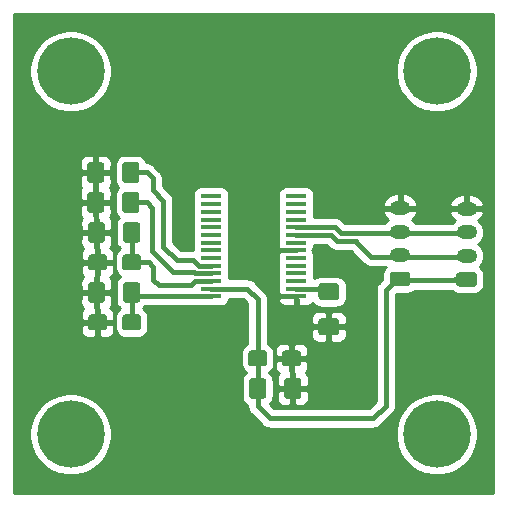
<source format=gbr>
G04 #@! TF.GenerationSoftware,KiCad,Pcbnew,(5.1.2)-2*
G04 #@! TF.CreationDate,2019-09-26T21:19:41+02:00*
G04 #@! TF.ProjectId,enkoder,656e6b6f-6465-4722-9e6b-696361645f70,rev?*
G04 #@! TF.SameCoordinates,Original*
G04 #@! TF.FileFunction,Copper,L1,Top*
G04 #@! TF.FilePolarity,Positive*
%FSLAX46Y46*%
G04 Gerber Fmt 4.6, Leading zero omitted, Abs format (unit mm)*
G04 Created by KiCad (PCBNEW (5.1.2)-2) date 2019-09-26 21:19:41*
%MOMM*%
%LPD*%
G04 APERTURE LIST*
%ADD10C,5.700000*%
%ADD11C,0.100000*%
%ADD12C,1.425000*%
%ADD13R,1.750000X0.450000*%
%ADD14C,1.350000*%
%ADD15C,1.200000*%
%ADD16O,1.750000X1.200000*%
%ADD17C,0.450000*%
%ADD18C,0.254000*%
G04 APERTURE END LIST*
D10*
X140250000Y-114250000D03*
X171250000Y-114250000D03*
X171250000Y-83500000D03*
X140250000Y-83500000D03*
D11*
G36*
X162765004Y-101460204D02*
G01*
X162789273Y-101463804D01*
X162813071Y-101469765D01*
X162836171Y-101478030D01*
X162858349Y-101488520D01*
X162879393Y-101501133D01*
X162899098Y-101515747D01*
X162917277Y-101532223D01*
X162933753Y-101550402D01*
X162948367Y-101570107D01*
X162960980Y-101591151D01*
X162971470Y-101613329D01*
X162979735Y-101636429D01*
X162985696Y-101660227D01*
X162989296Y-101684496D01*
X162990500Y-101709000D01*
X162990500Y-102634000D01*
X162989296Y-102658504D01*
X162985696Y-102682773D01*
X162979735Y-102706571D01*
X162971470Y-102729671D01*
X162960980Y-102751849D01*
X162948367Y-102772893D01*
X162933753Y-102792598D01*
X162917277Y-102810777D01*
X162899098Y-102827253D01*
X162879393Y-102841867D01*
X162858349Y-102854480D01*
X162836171Y-102864970D01*
X162813071Y-102873235D01*
X162789273Y-102879196D01*
X162765004Y-102882796D01*
X162740500Y-102884000D01*
X161490500Y-102884000D01*
X161465996Y-102882796D01*
X161441727Y-102879196D01*
X161417929Y-102873235D01*
X161394829Y-102864970D01*
X161372651Y-102854480D01*
X161351607Y-102841867D01*
X161331902Y-102827253D01*
X161313723Y-102810777D01*
X161297247Y-102792598D01*
X161282633Y-102772893D01*
X161270020Y-102751849D01*
X161259530Y-102729671D01*
X161251265Y-102706571D01*
X161245304Y-102682773D01*
X161241704Y-102658504D01*
X161240500Y-102634000D01*
X161240500Y-101709000D01*
X161241704Y-101684496D01*
X161245304Y-101660227D01*
X161251265Y-101636429D01*
X161259530Y-101613329D01*
X161270020Y-101591151D01*
X161282633Y-101570107D01*
X161297247Y-101550402D01*
X161313723Y-101532223D01*
X161331902Y-101515747D01*
X161351607Y-101501133D01*
X161372651Y-101488520D01*
X161394829Y-101478030D01*
X161417929Y-101469765D01*
X161441727Y-101463804D01*
X161465996Y-101460204D01*
X161490500Y-101459000D01*
X162740500Y-101459000D01*
X162765004Y-101460204D01*
X162765004Y-101460204D01*
G37*
D12*
X162115500Y-102171500D03*
D11*
G36*
X162765004Y-104435204D02*
G01*
X162789273Y-104438804D01*
X162813071Y-104444765D01*
X162836171Y-104453030D01*
X162858349Y-104463520D01*
X162879393Y-104476133D01*
X162899098Y-104490747D01*
X162917277Y-104507223D01*
X162933753Y-104525402D01*
X162948367Y-104545107D01*
X162960980Y-104566151D01*
X162971470Y-104588329D01*
X162979735Y-104611429D01*
X162985696Y-104635227D01*
X162989296Y-104659496D01*
X162990500Y-104684000D01*
X162990500Y-105609000D01*
X162989296Y-105633504D01*
X162985696Y-105657773D01*
X162979735Y-105681571D01*
X162971470Y-105704671D01*
X162960980Y-105726849D01*
X162948367Y-105747893D01*
X162933753Y-105767598D01*
X162917277Y-105785777D01*
X162899098Y-105802253D01*
X162879393Y-105816867D01*
X162858349Y-105829480D01*
X162836171Y-105839970D01*
X162813071Y-105848235D01*
X162789273Y-105854196D01*
X162765004Y-105857796D01*
X162740500Y-105859000D01*
X161490500Y-105859000D01*
X161465996Y-105857796D01*
X161441727Y-105854196D01*
X161417929Y-105848235D01*
X161394829Y-105839970D01*
X161372651Y-105829480D01*
X161351607Y-105816867D01*
X161331902Y-105802253D01*
X161313723Y-105785777D01*
X161297247Y-105767598D01*
X161282633Y-105747893D01*
X161270020Y-105726849D01*
X161259530Y-105704671D01*
X161251265Y-105681571D01*
X161245304Y-105657773D01*
X161241704Y-105633504D01*
X161240500Y-105609000D01*
X161240500Y-104684000D01*
X161241704Y-104659496D01*
X161245304Y-104635227D01*
X161251265Y-104611429D01*
X161259530Y-104588329D01*
X161270020Y-104566151D01*
X161282633Y-104545107D01*
X161297247Y-104525402D01*
X161313723Y-104507223D01*
X161331902Y-104490747D01*
X161351607Y-104476133D01*
X161372651Y-104463520D01*
X161394829Y-104453030D01*
X161417929Y-104444765D01*
X161441727Y-104438804D01*
X161465996Y-104435204D01*
X161490500Y-104434000D01*
X162740500Y-104434000D01*
X162765004Y-104435204D01*
X162765004Y-104435204D01*
G37*
D12*
X162115500Y-105146500D03*
D11*
G36*
X142854004Y-91201204D02*
G01*
X142878273Y-91204804D01*
X142902071Y-91210765D01*
X142925171Y-91219030D01*
X142947349Y-91229520D01*
X142968393Y-91242133D01*
X142988098Y-91256747D01*
X143006277Y-91273223D01*
X143022753Y-91291402D01*
X143037367Y-91311107D01*
X143049980Y-91332151D01*
X143060470Y-91354329D01*
X143068735Y-91377429D01*
X143074696Y-91401227D01*
X143078296Y-91425496D01*
X143079500Y-91450000D01*
X143079500Y-92700000D01*
X143078296Y-92724504D01*
X143074696Y-92748773D01*
X143068735Y-92772571D01*
X143060470Y-92795671D01*
X143049980Y-92817849D01*
X143037367Y-92838893D01*
X143022753Y-92858598D01*
X143006277Y-92876777D01*
X142988098Y-92893253D01*
X142968393Y-92907867D01*
X142947349Y-92920480D01*
X142925171Y-92930970D01*
X142902071Y-92939235D01*
X142878273Y-92945196D01*
X142854004Y-92948796D01*
X142829500Y-92950000D01*
X141904500Y-92950000D01*
X141879996Y-92948796D01*
X141855727Y-92945196D01*
X141831929Y-92939235D01*
X141808829Y-92930970D01*
X141786651Y-92920480D01*
X141765607Y-92907867D01*
X141745902Y-92893253D01*
X141727723Y-92876777D01*
X141711247Y-92858598D01*
X141696633Y-92838893D01*
X141684020Y-92817849D01*
X141673530Y-92795671D01*
X141665265Y-92772571D01*
X141659304Y-92748773D01*
X141655704Y-92724504D01*
X141654500Y-92700000D01*
X141654500Y-91450000D01*
X141655704Y-91425496D01*
X141659304Y-91401227D01*
X141665265Y-91377429D01*
X141673530Y-91354329D01*
X141684020Y-91332151D01*
X141696633Y-91311107D01*
X141711247Y-91291402D01*
X141727723Y-91273223D01*
X141745902Y-91256747D01*
X141765607Y-91242133D01*
X141786651Y-91229520D01*
X141808829Y-91219030D01*
X141831929Y-91210765D01*
X141855727Y-91204804D01*
X141879996Y-91201204D01*
X141904500Y-91200000D01*
X142829500Y-91200000D01*
X142854004Y-91201204D01*
X142854004Y-91201204D01*
G37*
D12*
X142367000Y-92075000D03*
D11*
G36*
X145829004Y-91201204D02*
G01*
X145853273Y-91204804D01*
X145877071Y-91210765D01*
X145900171Y-91219030D01*
X145922349Y-91229520D01*
X145943393Y-91242133D01*
X145963098Y-91256747D01*
X145981277Y-91273223D01*
X145997753Y-91291402D01*
X146012367Y-91311107D01*
X146024980Y-91332151D01*
X146035470Y-91354329D01*
X146043735Y-91377429D01*
X146049696Y-91401227D01*
X146053296Y-91425496D01*
X146054500Y-91450000D01*
X146054500Y-92700000D01*
X146053296Y-92724504D01*
X146049696Y-92748773D01*
X146043735Y-92772571D01*
X146035470Y-92795671D01*
X146024980Y-92817849D01*
X146012367Y-92838893D01*
X145997753Y-92858598D01*
X145981277Y-92876777D01*
X145963098Y-92893253D01*
X145943393Y-92907867D01*
X145922349Y-92920480D01*
X145900171Y-92930970D01*
X145877071Y-92939235D01*
X145853273Y-92945196D01*
X145829004Y-92948796D01*
X145804500Y-92950000D01*
X144879500Y-92950000D01*
X144854996Y-92948796D01*
X144830727Y-92945196D01*
X144806929Y-92939235D01*
X144783829Y-92930970D01*
X144761651Y-92920480D01*
X144740607Y-92907867D01*
X144720902Y-92893253D01*
X144702723Y-92876777D01*
X144686247Y-92858598D01*
X144671633Y-92838893D01*
X144659020Y-92817849D01*
X144648530Y-92795671D01*
X144640265Y-92772571D01*
X144634304Y-92748773D01*
X144630704Y-92724504D01*
X144629500Y-92700000D01*
X144629500Y-91450000D01*
X144630704Y-91425496D01*
X144634304Y-91401227D01*
X144640265Y-91377429D01*
X144648530Y-91354329D01*
X144659020Y-91332151D01*
X144671633Y-91311107D01*
X144686247Y-91291402D01*
X144702723Y-91273223D01*
X144720902Y-91256747D01*
X144740607Y-91242133D01*
X144761651Y-91229520D01*
X144783829Y-91219030D01*
X144806929Y-91210765D01*
X144830727Y-91204804D01*
X144854996Y-91201204D01*
X144879500Y-91200000D01*
X145804500Y-91200000D01*
X145829004Y-91201204D01*
X145829004Y-91201204D01*
G37*
D12*
X145342000Y-92075000D03*
D11*
G36*
X145829004Y-93741204D02*
G01*
X145853273Y-93744804D01*
X145877071Y-93750765D01*
X145900171Y-93759030D01*
X145922349Y-93769520D01*
X145943393Y-93782133D01*
X145963098Y-93796747D01*
X145981277Y-93813223D01*
X145997753Y-93831402D01*
X146012367Y-93851107D01*
X146024980Y-93872151D01*
X146035470Y-93894329D01*
X146043735Y-93917429D01*
X146049696Y-93941227D01*
X146053296Y-93965496D01*
X146054500Y-93990000D01*
X146054500Y-95240000D01*
X146053296Y-95264504D01*
X146049696Y-95288773D01*
X146043735Y-95312571D01*
X146035470Y-95335671D01*
X146024980Y-95357849D01*
X146012367Y-95378893D01*
X145997753Y-95398598D01*
X145981277Y-95416777D01*
X145963098Y-95433253D01*
X145943393Y-95447867D01*
X145922349Y-95460480D01*
X145900171Y-95470970D01*
X145877071Y-95479235D01*
X145853273Y-95485196D01*
X145829004Y-95488796D01*
X145804500Y-95490000D01*
X144879500Y-95490000D01*
X144854996Y-95488796D01*
X144830727Y-95485196D01*
X144806929Y-95479235D01*
X144783829Y-95470970D01*
X144761651Y-95460480D01*
X144740607Y-95447867D01*
X144720902Y-95433253D01*
X144702723Y-95416777D01*
X144686247Y-95398598D01*
X144671633Y-95378893D01*
X144659020Y-95357849D01*
X144648530Y-95335671D01*
X144640265Y-95312571D01*
X144634304Y-95288773D01*
X144630704Y-95264504D01*
X144629500Y-95240000D01*
X144629500Y-93990000D01*
X144630704Y-93965496D01*
X144634304Y-93941227D01*
X144640265Y-93917429D01*
X144648530Y-93894329D01*
X144659020Y-93872151D01*
X144671633Y-93851107D01*
X144686247Y-93831402D01*
X144702723Y-93813223D01*
X144720902Y-93796747D01*
X144740607Y-93782133D01*
X144761651Y-93769520D01*
X144783829Y-93759030D01*
X144806929Y-93750765D01*
X144830727Y-93744804D01*
X144854996Y-93741204D01*
X144879500Y-93740000D01*
X145804500Y-93740000D01*
X145829004Y-93741204D01*
X145829004Y-93741204D01*
G37*
D12*
X145342000Y-94615000D03*
D11*
G36*
X142854004Y-93741204D02*
G01*
X142878273Y-93744804D01*
X142902071Y-93750765D01*
X142925171Y-93759030D01*
X142947349Y-93769520D01*
X142968393Y-93782133D01*
X142988098Y-93796747D01*
X143006277Y-93813223D01*
X143022753Y-93831402D01*
X143037367Y-93851107D01*
X143049980Y-93872151D01*
X143060470Y-93894329D01*
X143068735Y-93917429D01*
X143074696Y-93941227D01*
X143078296Y-93965496D01*
X143079500Y-93990000D01*
X143079500Y-95240000D01*
X143078296Y-95264504D01*
X143074696Y-95288773D01*
X143068735Y-95312571D01*
X143060470Y-95335671D01*
X143049980Y-95357849D01*
X143037367Y-95378893D01*
X143022753Y-95398598D01*
X143006277Y-95416777D01*
X142988098Y-95433253D01*
X142968393Y-95447867D01*
X142947349Y-95460480D01*
X142925171Y-95470970D01*
X142902071Y-95479235D01*
X142878273Y-95485196D01*
X142854004Y-95488796D01*
X142829500Y-95490000D01*
X141904500Y-95490000D01*
X141879996Y-95488796D01*
X141855727Y-95485196D01*
X141831929Y-95479235D01*
X141808829Y-95470970D01*
X141786651Y-95460480D01*
X141765607Y-95447867D01*
X141745902Y-95433253D01*
X141727723Y-95416777D01*
X141711247Y-95398598D01*
X141696633Y-95378893D01*
X141684020Y-95357849D01*
X141673530Y-95335671D01*
X141665265Y-95312571D01*
X141659304Y-95288773D01*
X141655704Y-95264504D01*
X141654500Y-95240000D01*
X141654500Y-93990000D01*
X141655704Y-93965496D01*
X141659304Y-93941227D01*
X141665265Y-93917429D01*
X141673530Y-93894329D01*
X141684020Y-93872151D01*
X141696633Y-93851107D01*
X141711247Y-93831402D01*
X141727723Y-93813223D01*
X141745902Y-93796747D01*
X141765607Y-93782133D01*
X141786651Y-93769520D01*
X141808829Y-93759030D01*
X141831929Y-93750765D01*
X141855727Y-93744804D01*
X141879996Y-93741204D01*
X141904500Y-93740000D01*
X142829500Y-93740000D01*
X142854004Y-93741204D01*
X142854004Y-93741204D01*
G37*
D12*
X142367000Y-94615000D03*
D13*
X152139000Y-94114000D03*
X152139000Y-94764000D03*
X152139000Y-95414000D03*
X152139000Y-96064000D03*
X152139000Y-96714000D03*
X152139000Y-97364000D03*
X152139000Y-98014000D03*
X152139000Y-98664000D03*
X152139000Y-99314000D03*
X152139000Y-99964000D03*
X152139000Y-100614000D03*
X152139000Y-101264000D03*
X152139000Y-101914000D03*
X152139000Y-102564000D03*
X159339000Y-102564000D03*
X159339000Y-101914000D03*
X159339000Y-101264000D03*
X159339000Y-100614000D03*
X159339000Y-99964000D03*
X159339000Y-99314000D03*
X159339000Y-98664000D03*
X159339000Y-98014000D03*
X159339000Y-97364000D03*
X159339000Y-96714000D03*
X159339000Y-96064000D03*
X159339000Y-95414000D03*
X159339000Y-94764000D03*
X159339000Y-94114000D03*
D11*
G36*
X142927004Y-96281204D02*
G01*
X142951273Y-96284804D01*
X142975071Y-96290765D01*
X142998171Y-96299030D01*
X143020349Y-96309520D01*
X143041393Y-96322133D01*
X143061098Y-96336747D01*
X143079277Y-96353223D01*
X143095753Y-96371402D01*
X143110367Y-96391107D01*
X143122980Y-96412151D01*
X143133470Y-96434329D01*
X143141735Y-96457429D01*
X143147696Y-96481227D01*
X143151296Y-96505496D01*
X143152500Y-96530000D01*
X143152500Y-97780000D01*
X143151296Y-97804504D01*
X143147696Y-97828773D01*
X143141735Y-97852571D01*
X143133470Y-97875671D01*
X143122980Y-97897849D01*
X143110367Y-97918893D01*
X143095753Y-97938598D01*
X143079277Y-97956777D01*
X143061098Y-97973253D01*
X143041393Y-97987867D01*
X143020349Y-98000480D01*
X142998171Y-98010970D01*
X142975071Y-98019235D01*
X142951273Y-98025196D01*
X142927004Y-98028796D01*
X142902500Y-98030000D01*
X141977500Y-98030000D01*
X141952996Y-98028796D01*
X141928727Y-98025196D01*
X141904929Y-98019235D01*
X141881829Y-98010970D01*
X141859651Y-98000480D01*
X141838607Y-97987867D01*
X141818902Y-97973253D01*
X141800723Y-97956777D01*
X141784247Y-97938598D01*
X141769633Y-97918893D01*
X141757020Y-97897849D01*
X141746530Y-97875671D01*
X141738265Y-97852571D01*
X141732304Y-97828773D01*
X141728704Y-97804504D01*
X141727500Y-97780000D01*
X141727500Y-96530000D01*
X141728704Y-96505496D01*
X141732304Y-96481227D01*
X141738265Y-96457429D01*
X141746530Y-96434329D01*
X141757020Y-96412151D01*
X141769633Y-96391107D01*
X141784247Y-96371402D01*
X141800723Y-96353223D01*
X141818902Y-96336747D01*
X141838607Y-96322133D01*
X141859651Y-96309520D01*
X141881829Y-96299030D01*
X141904929Y-96290765D01*
X141928727Y-96284804D01*
X141952996Y-96281204D01*
X141977500Y-96280000D01*
X142902500Y-96280000D01*
X142927004Y-96281204D01*
X142927004Y-96281204D01*
G37*
D12*
X142440000Y-97155000D03*
D11*
G36*
X145902004Y-96281204D02*
G01*
X145926273Y-96284804D01*
X145950071Y-96290765D01*
X145973171Y-96299030D01*
X145995349Y-96309520D01*
X146016393Y-96322133D01*
X146036098Y-96336747D01*
X146054277Y-96353223D01*
X146070753Y-96371402D01*
X146085367Y-96391107D01*
X146097980Y-96412151D01*
X146108470Y-96434329D01*
X146116735Y-96457429D01*
X146122696Y-96481227D01*
X146126296Y-96505496D01*
X146127500Y-96530000D01*
X146127500Y-97780000D01*
X146126296Y-97804504D01*
X146122696Y-97828773D01*
X146116735Y-97852571D01*
X146108470Y-97875671D01*
X146097980Y-97897849D01*
X146085367Y-97918893D01*
X146070753Y-97938598D01*
X146054277Y-97956777D01*
X146036098Y-97973253D01*
X146016393Y-97987867D01*
X145995349Y-98000480D01*
X145973171Y-98010970D01*
X145950071Y-98019235D01*
X145926273Y-98025196D01*
X145902004Y-98028796D01*
X145877500Y-98030000D01*
X144952500Y-98030000D01*
X144927996Y-98028796D01*
X144903727Y-98025196D01*
X144879929Y-98019235D01*
X144856829Y-98010970D01*
X144834651Y-98000480D01*
X144813607Y-97987867D01*
X144793902Y-97973253D01*
X144775723Y-97956777D01*
X144759247Y-97938598D01*
X144744633Y-97918893D01*
X144732020Y-97897849D01*
X144721530Y-97875671D01*
X144713265Y-97852571D01*
X144707304Y-97828773D01*
X144703704Y-97804504D01*
X144702500Y-97780000D01*
X144702500Y-96530000D01*
X144703704Y-96505496D01*
X144707304Y-96481227D01*
X144713265Y-96457429D01*
X144721530Y-96434329D01*
X144732020Y-96412151D01*
X144744633Y-96391107D01*
X144759247Y-96371402D01*
X144775723Y-96353223D01*
X144793902Y-96336747D01*
X144813607Y-96322133D01*
X144834651Y-96309520D01*
X144856829Y-96299030D01*
X144879929Y-96290765D01*
X144903727Y-96284804D01*
X144927996Y-96281204D01*
X144952500Y-96280000D01*
X145877500Y-96280000D01*
X145902004Y-96281204D01*
X145902004Y-96281204D01*
G37*
D12*
X145415000Y-97155000D03*
D11*
G36*
X143102005Y-99021204D02*
G01*
X143126273Y-99024804D01*
X143150072Y-99030765D01*
X143173171Y-99039030D01*
X143195350Y-99049520D01*
X143216393Y-99062132D01*
X143236099Y-99076747D01*
X143254277Y-99093223D01*
X143270753Y-99111401D01*
X143285368Y-99131107D01*
X143297980Y-99152150D01*
X143308470Y-99174329D01*
X143316735Y-99197428D01*
X143322696Y-99221227D01*
X143326296Y-99245495D01*
X143327500Y-99269999D01*
X143327500Y-100120001D01*
X143326296Y-100144505D01*
X143322696Y-100168773D01*
X143316735Y-100192572D01*
X143308470Y-100215671D01*
X143297980Y-100237850D01*
X143285368Y-100258893D01*
X143270753Y-100278599D01*
X143254277Y-100296777D01*
X143236099Y-100313253D01*
X143216393Y-100327868D01*
X143195350Y-100340480D01*
X143173171Y-100350970D01*
X143150072Y-100359235D01*
X143126273Y-100365196D01*
X143102005Y-100368796D01*
X143077501Y-100370000D01*
X142002499Y-100370000D01*
X141977995Y-100368796D01*
X141953727Y-100365196D01*
X141929928Y-100359235D01*
X141906829Y-100350970D01*
X141884650Y-100340480D01*
X141863607Y-100327868D01*
X141843901Y-100313253D01*
X141825723Y-100296777D01*
X141809247Y-100278599D01*
X141794632Y-100258893D01*
X141782020Y-100237850D01*
X141771530Y-100215671D01*
X141763265Y-100192572D01*
X141757304Y-100168773D01*
X141753704Y-100144505D01*
X141752500Y-100120001D01*
X141752500Y-99269999D01*
X141753704Y-99245495D01*
X141757304Y-99221227D01*
X141763265Y-99197428D01*
X141771530Y-99174329D01*
X141782020Y-99152150D01*
X141794632Y-99131107D01*
X141809247Y-99111401D01*
X141825723Y-99093223D01*
X141843901Y-99076747D01*
X141863607Y-99062132D01*
X141884650Y-99049520D01*
X141906829Y-99039030D01*
X141929928Y-99030765D01*
X141953727Y-99024804D01*
X141977995Y-99021204D01*
X142002499Y-99020000D01*
X143077501Y-99020000D01*
X143102005Y-99021204D01*
X143102005Y-99021204D01*
G37*
D14*
X142540000Y-99695000D03*
D11*
G36*
X145977005Y-99021204D02*
G01*
X146001273Y-99024804D01*
X146025072Y-99030765D01*
X146048171Y-99039030D01*
X146070350Y-99049520D01*
X146091393Y-99062132D01*
X146111099Y-99076747D01*
X146129277Y-99093223D01*
X146145753Y-99111401D01*
X146160368Y-99131107D01*
X146172980Y-99152150D01*
X146183470Y-99174329D01*
X146191735Y-99197428D01*
X146197696Y-99221227D01*
X146201296Y-99245495D01*
X146202500Y-99269999D01*
X146202500Y-100120001D01*
X146201296Y-100144505D01*
X146197696Y-100168773D01*
X146191735Y-100192572D01*
X146183470Y-100215671D01*
X146172980Y-100237850D01*
X146160368Y-100258893D01*
X146145753Y-100278599D01*
X146129277Y-100296777D01*
X146111099Y-100313253D01*
X146091393Y-100327868D01*
X146070350Y-100340480D01*
X146048171Y-100350970D01*
X146025072Y-100359235D01*
X146001273Y-100365196D01*
X145977005Y-100368796D01*
X145952501Y-100370000D01*
X144877499Y-100370000D01*
X144852995Y-100368796D01*
X144828727Y-100365196D01*
X144804928Y-100359235D01*
X144781829Y-100350970D01*
X144759650Y-100340480D01*
X144738607Y-100327868D01*
X144718901Y-100313253D01*
X144700723Y-100296777D01*
X144684247Y-100278599D01*
X144669632Y-100258893D01*
X144657020Y-100237850D01*
X144646530Y-100215671D01*
X144638265Y-100192572D01*
X144632304Y-100168773D01*
X144628704Y-100144505D01*
X144627500Y-100120001D01*
X144627500Y-99269999D01*
X144628704Y-99245495D01*
X144632304Y-99221227D01*
X144638265Y-99197428D01*
X144646530Y-99174329D01*
X144657020Y-99152150D01*
X144669632Y-99131107D01*
X144684247Y-99111401D01*
X144700723Y-99093223D01*
X144718901Y-99076747D01*
X144738607Y-99062132D01*
X144759650Y-99049520D01*
X144781829Y-99039030D01*
X144804928Y-99030765D01*
X144828727Y-99024804D01*
X144852995Y-99021204D01*
X144877499Y-99020000D01*
X145952501Y-99020000D01*
X145977005Y-99021204D01*
X145977005Y-99021204D01*
G37*
D14*
X145415000Y-99695000D03*
D11*
G36*
X156570004Y-109489204D02*
G01*
X156594273Y-109492804D01*
X156618071Y-109498765D01*
X156641171Y-109507030D01*
X156663349Y-109517520D01*
X156684393Y-109530133D01*
X156704098Y-109544747D01*
X156722277Y-109561223D01*
X156738753Y-109579402D01*
X156753367Y-109599107D01*
X156765980Y-109620151D01*
X156776470Y-109642329D01*
X156784735Y-109665429D01*
X156790696Y-109689227D01*
X156794296Y-109713496D01*
X156795500Y-109738000D01*
X156795500Y-110988000D01*
X156794296Y-111012504D01*
X156790696Y-111036773D01*
X156784735Y-111060571D01*
X156776470Y-111083671D01*
X156765980Y-111105849D01*
X156753367Y-111126893D01*
X156738753Y-111146598D01*
X156722277Y-111164777D01*
X156704098Y-111181253D01*
X156684393Y-111195867D01*
X156663349Y-111208480D01*
X156641171Y-111218970D01*
X156618071Y-111227235D01*
X156594273Y-111233196D01*
X156570004Y-111236796D01*
X156545500Y-111238000D01*
X155620500Y-111238000D01*
X155595996Y-111236796D01*
X155571727Y-111233196D01*
X155547929Y-111227235D01*
X155524829Y-111218970D01*
X155502651Y-111208480D01*
X155481607Y-111195867D01*
X155461902Y-111181253D01*
X155443723Y-111164777D01*
X155427247Y-111146598D01*
X155412633Y-111126893D01*
X155400020Y-111105849D01*
X155389530Y-111083671D01*
X155381265Y-111060571D01*
X155375304Y-111036773D01*
X155371704Y-111012504D01*
X155370500Y-110988000D01*
X155370500Y-109738000D01*
X155371704Y-109713496D01*
X155375304Y-109689227D01*
X155381265Y-109665429D01*
X155389530Y-109642329D01*
X155400020Y-109620151D01*
X155412633Y-109599107D01*
X155427247Y-109579402D01*
X155443723Y-109561223D01*
X155461902Y-109544747D01*
X155481607Y-109530133D01*
X155502651Y-109517520D01*
X155524829Y-109507030D01*
X155547929Y-109498765D01*
X155571727Y-109492804D01*
X155595996Y-109489204D01*
X155620500Y-109488000D01*
X156545500Y-109488000D01*
X156570004Y-109489204D01*
X156570004Y-109489204D01*
G37*
D12*
X156083000Y-110363000D03*
D11*
G36*
X159545004Y-109489204D02*
G01*
X159569273Y-109492804D01*
X159593071Y-109498765D01*
X159616171Y-109507030D01*
X159638349Y-109517520D01*
X159659393Y-109530133D01*
X159679098Y-109544747D01*
X159697277Y-109561223D01*
X159713753Y-109579402D01*
X159728367Y-109599107D01*
X159740980Y-109620151D01*
X159751470Y-109642329D01*
X159759735Y-109665429D01*
X159765696Y-109689227D01*
X159769296Y-109713496D01*
X159770500Y-109738000D01*
X159770500Y-110988000D01*
X159769296Y-111012504D01*
X159765696Y-111036773D01*
X159759735Y-111060571D01*
X159751470Y-111083671D01*
X159740980Y-111105849D01*
X159728367Y-111126893D01*
X159713753Y-111146598D01*
X159697277Y-111164777D01*
X159679098Y-111181253D01*
X159659393Y-111195867D01*
X159638349Y-111208480D01*
X159616171Y-111218970D01*
X159593071Y-111227235D01*
X159569273Y-111233196D01*
X159545004Y-111236796D01*
X159520500Y-111238000D01*
X158595500Y-111238000D01*
X158570996Y-111236796D01*
X158546727Y-111233196D01*
X158522929Y-111227235D01*
X158499829Y-111218970D01*
X158477651Y-111208480D01*
X158456607Y-111195867D01*
X158436902Y-111181253D01*
X158418723Y-111164777D01*
X158402247Y-111146598D01*
X158387633Y-111126893D01*
X158375020Y-111105849D01*
X158364530Y-111083671D01*
X158356265Y-111060571D01*
X158350304Y-111036773D01*
X158346704Y-111012504D01*
X158345500Y-110988000D01*
X158345500Y-109738000D01*
X158346704Y-109713496D01*
X158350304Y-109689227D01*
X158356265Y-109665429D01*
X158364530Y-109642329D01*
X158375020Y-109620151D01*
X158387633Y-109599107D01*
X158402247Y-109579402D01*
X158418723Y-109561223D01*
X158436902Y-109544747D01*
X158456607Y-109530133D01*
X158477651Y-109517520D01*
X158499829Y-109507030D01*
X158522929Y-109498765D01*
X158546727Y-109492804D01*
X158570996Y-109489204D01*
X158595500Y-109488000D01*
X159520500Y-109488000D01*
X159545004Y-109489204D01*
X159545004Y-109489204D01*
G37*
D12*
X159058000Y-110363000D03*
D11*
G36*
X156645005Y-107149204D02*
G01*
X156669273Y-107152804D01*
X156693072Y-107158765D01*
X156716171Y-107167030D01*
X156738350Y-107177520D01*
X156759393Y-107190132D01*
X156779099Y-107204747D01*
X156797277Y-107221223D01*
X156813753Y-107239401D01*
X156828368Y-107259107D01*
X156840980Y-107280150D01*
X156851470Y-107302329D01*
X156859735Y-107325428D01*
X156865696Y-107349227D01*
X156869296Y-107373495D01*
X156870500Y-107397999D01*
X156870500Y-108248001D01*
X156869296Y-108272505D01*
X156865696Y-108296773D01*
X156859735Y-108320572D01*
X156851470Y-108343671D01*
X156840980Y-108365850D01*
X156828368Y-108386893D01*
X156813753Y-108406599D01*
X156797277Y-108424777D01*
X156779099Y-108441253D01*
X156759393Y-108455868D01*
X156738350Y-108468480D01*
X156716171Y-108478970D01*
X156693072Y-108487235D01*
X156669273Y-108493196D01*
X156645005Y-108496796D01*
X156620501Y-108498000D01*
X155545499Y-108498000D01*
X155520995Y-108496796D01*
X155496727Y-108493196D01*
X155472928Y-108487235D01*
X155449829Y-108478970D01*
X155427650Y-108468480D01*
X155406607Y-108455868D01*
X155386901Y-108441253D01*
X155368723Y-108424777D01*
X155352247Y-108406599D01*
X155337632Y-108386893D01*
X155325020Y-108365850D01*
X155314530Y-108343671D01*
X155306265Y-108320572D01*
X155300304Y-108296773D01*
X155296704Y-108272505D01*
X155295500Y-108248001D01*
X155295500Y-107397999D01*
X155296704Y-107373495D01*
X155300304Y-107349227D01*
X155306265Y-107325428D01*
X155314530Y-107302329D01*
X155325020Y-107280150D01*
X155337632Y-107259107D01*
X155352247Y-107239401D01*
X155368723Y-107221223D01*
X155386901Y-107204747D01*
X155406607Y-107190132D01*
X155427650Y-107177520D01*
X155449829Y-107167030D01*
X155472928Y-107158765D01*
X155496727Y-107152804D01*
X155520995Y-107149204D01*
X155545499Y-107148000D01*
X156620501Y-107148000D01*
X156645005Y-107149204D01*
X156645005Y-107149204D01*
G37*
D14*
X156083000Y-107823000D03*
D11*
G36*
X159520005Y-107149204D02*
G01*
X159544273Y-107152804D01*
X159568072Y-107158765D01*
X159591171Y-107167030D01*
X159613350Y-107177520D01*
X159634393Y-107190132D01*
X159654099Y-107204747D01*
X159672277Y-107221223D01*
X159688753Y-107239401D01*
X159703368Y-107259107D01*
X159715980Y-107280150D01*
X159726470Y-107302329D01*
X159734735Y-107325428D01*
X159740696Y-107349227D01*
X159744296Y-107373495D01*
X159745500Y-107397999D01*
X159745500Y-108248001D01*
X159744296Y-108272505D01*
X159740696Y-108296773D01*
X159734735Y-108320572D01*
X159726470Y-108343671D01*
X159715980Y-108365850D01*
X159703368Y-108386893D01*
X159688753Y-108406599D01*
X159672277Y-108424777D01*
X159654099Y-108441253D01*
X159634393Y-108455868D01*
X159613350Y-108468480D01*
X159591171Y-108478970D01*
X159568072Y-108487235D01*
X159544273Y-108493196D01*
X159520005Y-108496796D01*
X159495501Y-108498000D01*
X158420499Y-108498000D01*
X158395995Y-108496796D01*
X158371727Y-108493196D01*
X158347928Y-108487235D01*
X158324829Y-108478970D01*
X158302650Y-108468480D01*
X158281607Y-108455868D01*
X158261901Y-108441253D01*
X158243723Y-108424777D01*
X158227247Y-108406599D01*
X158212632Y-108386893D01*
X158200020Y-108365850D01*
X158189530Y-108343671D01*
X158181265Y-108320572D01*
X158175304Y-108296773D01*
X158171704Y-108272505D01*
X158170500Y-108248001D01*
X158170500Y-107397999D01*
X158171704Y-107373495D01*
X158175304Y-107349227D01*
X158181265Y-107325428D01*
X158189530Y-107302329D01*
X158200020Y-107280150D01*
X158212632Y-107259107D01*
X158227247Y-107239401D01*
X158243723Y-107221223D01*
X158261901Y-107204747D01*
X158281607Y-107190132D01*
X158302650Y-107177520D01*
X158324829Y-107167030D01*
X158347928Y-107158765D01*
X158371727Y-107152804D01*
X158395995Y-107149204D01*
X158420499Y-107148000D01*
X159495501Y-107148000D01*
X159520005Y-107149204D01*
X159520005Y-107149204D01*
G37*
D14*
X158958000Y-107823000D03*
D11*
G36*
X145902004Y-101361204D02*
G01*
X145926273Y-101364804D01*
X145950071Y-101370765D01*
X145973171Y-101379030D01*
X145995349Y-101389520D01*
X146016393Y-101402133D01*
X146036098Y-101416747D01*
X146054277Y-101433223D01*
X146070753Y-101451402D01*
X146085367Y-101471107D01*
X146097980Y-101492151D01*
X146108470Y-101514329D01*
X146116735Y-101537429D01*
X146122696Y-101561227D01*
X146126296Y-101585496D01*
X146127500Y-101610000D01*
X146127500Y-102860000D01*
X146126296Y-102884504D01*
X146122696Y-102908773D01*
X146116735Y-102932571D01*
X146108470Y-102955671D01*
X146097980Y-102977849D01*
X146085367Y-102998893D01*
X146070753Y-103018598D01*
X146054277Y-103036777D01*
X146036098Y-103053253D01*
X146016393Y-103067867D01*
X145995349Y-103080480D01*
X145973171Y-103090970D01*
X145950071Y-103099235D01*
X145926273Y-103105196D01*
X145902004Y-103108796D01*
X145877500Y-103110000D01*
X144952500Y-103110000D01*
X144927996Y-103108796D01*
X144903727Y-103105196D01*
X144879929Y-103099235D01*
X144856829Y-103090970D01*
X144834651Y-103080480D01*
X144813607Y-103067867D01*
X144793902Y-103053253D01*
X144775723Y-103036777D01*
X144759247Y-103018598D01*
X144744633Y-102998893D01*
X144732020Y-102977849D01*
X144721530Y-102955671D01*
X144713265Y-102932571D01*
X144707304Y-102908773D01*
X144703704Y-102884504D01*
X144702500Y-102860000D01*
X144702500Y-101610000D01*
X144703704Y-101585496D01*
X144707304Y-101561227D01*
X144713265Y-101537429D01*
X144721530Y-101514329D01*
X144732020Y-101492151D01*
X144744633Y-101471107D01*
X144759247Y-101451402D01*
X144775723Y-101433223D01*
X144793902Y-101416747D01*
X144813607Y-101402133D01*
X144834651Y-101389520D01*
X144856829Y-101379030D01*
X144879929Y-101370765D01*
X144903727Y-101364804D01*
X144927996Y-101361204D01*
X144952500Y-101360000D01*
X145877500Y-101360000D01*
X145902004Y-101361204D01*
X145902004Y-101361204D01*
G37*
D12*
X145415000Y-102235000D03*
D11*
G36*
X142927004Y-101361204D02*
G01*
X142951273Y-101364804D01*
X142975071Y-101370765D01*
X142998171Y-101379030D01*
X143020349Y-101389520D01*
X143041393Y-101402133D01*
X143061098Y-101416747D01*
X143079277Y-101433223D01*
X143095753Y-101451402D01*
X143110367Y-101471107D01*
X143122980Y-101492151D01*
X143133470Y-101514329D01*
X143141735Y-101537429D01*
X143147696Y-101561227D01*
X143151296Y-101585496D01*
X143152500Y-101610000D01*
X143152500Y-102860000D01*
X143151296Y-102884504D01*
X143147696Y-102908773D01*
X143141735Y-102932571D01*
X143133470Y-102955671D01*
X143122980Y-102977849D01*
X143110367Y-102998893D01*
X143095753Y-103018598D01*
X143079277Y-103036777D01*
X143061098Y-103053253D01*
X143041393Y-103067867D01*
X143020349Y-103080480D01*
X142998171Y-103090970D01*
X142975071Y-103099235D01*
X142951273Y-103105196D01*
X142927004Y-103108796D01*
X142902500Y-103110000D01*
X141977500Y-103110000D01*
X141952996Y-103108796D01*
X141928727Y-103105196D01*
X141904929Y-103099235D01*
X141881829Y-103090970D01*
X141859651Y-103080480D01*
X141838607Y-103067867D01*
X141818902Y-103053253D01*
X141800723Y-103036777D01*
X141784247Y-103018598D01*
X141769633Y-102998893D01*
X141757020Y-102977849D01*
X141746530Y-102955671D01*
X141738265Y-102932571D01*
X141732304Y-102908773D01*
X141728704Y-102884504D01*
X141727500Y-102860000D01*
X141727500Y-101610000D01*
X141728704Y-101585496D01*
X141732304Y-101561227D01*
X141738265Y-101537429D01*
X141746530Y-101514329D01*
X141757020Y-101492151D01*
X141769633Y-101471107D01*
X141784247Y-101451402D01*
X141800723Y-101433223D01*
X141818902Y-101416747D01*
X141838607Y-101402133D01*
X141859651Y-101389520D01*
X141881829Y-101379030D01*
X141904929Y-101370765D01*
X141928727Y-101364804D01*
X141952996Y-101361204D01*
X141977500Y-101360000D01*
X142902500Y-101360000D01*
X142927004Y-101361204D01*
X142927004Y-101361204D01*
G37*
D12*
X142440000Y-102235000D03*
D11*
G36*
X145977005Y-104101204D02*
G01*
X146001273Y-104104804D01*
X146025072Y-104110765D01*
X146048171Y-104119030D01*
X146070350Y-104129520D01*
X146091393Y-104142132D01*
X146111099Y-104156747D01*
X146129277Y-104173223D01*
X146145753Y-104191401D01*
X146160368Y-104211107D01*
X146172980Y-104232150D01*
X146183470Y-104254329D01*
X146191735Y-104277428D01*
X146197696Y-104301227D01*
X146201296Y-104325495D01*
X146202500Y-104349999D01*
X146202500Y-105200001D01*
X146201296Y-105224505D01*
X146197696Y-105248773D01*
X146191735Y-105272572D01*
X146183470Y-105295671D01*
X146172980Y-105317850D01*
X146160368Y-105338893D01*
X146145753Y-105358599D01*
X146129277Y-105376777D01*
X146111099Y-105393253D01*
X146091393Y-105407868D01*
X146070350Y-105420480D01*
X146048171Y-105430970D01*
X146025072Y-105439235D01*
X146001273Y-105445196D01*
X145977005Y-105448796D01*
X145952501Y-105450000D01*
X144877499Y-105450000D01*
X144852995Y-105448796D01*
X144828727Y-105445196D01*
X144804928Y-105439235D01*
X144781829Y-105430970D01*
X144759650Y-105420480D01*
X144738607Y-105407868D01*
X144718901Y-105393253D01*
X144700723Y-105376777D01*
X144684247Y-105358599D01*
X144669632Y-105338893D01*
X144657020Y-105317850D01*
X144646530Y-105295671D01*
X144638265Y-105272572D01*
X144632304Y-105248773D01*
X144628704Y-105224505D01*
X144627500Y-105200001D01*
X144627500Y-104349999D01*
X144628704Y-104325495D01*
X144632304Y-104301227D01*
X144638265Y-104277428D01*
X144646530Y-104254329D01*
X144657020Y-104232150D01*
X144669632Y-104211107D01*
X144684247Y-104191401D01*
X144700723Y-104173223D01*
X144718901Y-104156747D01*
X144738607Y-104142132D01*
X144759650Y-104129520D01*
X144781829Y-104119030D01*
X144804928Y-104110765D01*
X144828727Y-104104804D01*
X144852995Y-104101204D01*
X144877499Y-104100000D01*
X145952501Y-104100000D01*
X145977005Y-104101204D01*
X145977005Y-104101204D01*
G37*
D14*
X145415000Y-104775000D03*
D11*
G36*
X143102005Y-104101204D02*
G01*
X143126273Y-104104804D01*
X143150072Y-104110765D01*
X143173171Y-104119030D01*
X143195350Y-104129520D01*
X143216393Y-104142132D01*
X143236099Y-104156747D01*
X143254277Y-104173223D01*
X143270753Y-104191401D01*
X143285368Y-104211107D01*
X143297980Y-104232150D01*
X143308470Y-104254329D01*
X143316735Y-104277428D01*
X143322696Y-104301227D01*
X143326296Y-104325495D01*
X143327500Y-104349999D01*
X143327500Y-105200001D01*
X143326296Y-105224505D01*
X143322696Y-105248773D01*
X143316735Y-105272572D01*
X143308470Y-105295671D01*
X143297980Y-105317850D01*
X143285368Y-105338893D01*
X143270753Y-105358599D01*
X143254277Y-105376777D01*
X143236099Y-105393253D01*
X143216393Y-105407868D01*
X143195350Y-105420480D01*
X143173171Y-105430970D01*
X143150072Y-105439235D01*
X143126273Y-105445196D01*
X143102005Y-105448796D01*
X143077501Y-105450000D01*
X142002499Y-105450000D01*
X141977995Y-105448796D01*
X141953727Y-105445196D01*
X141929928Y-105439235D01*
X141906829Y-105430970D01*
X141884650Y-105420480D01*
X141863607Y-105407868D01*
X141843901Y-105393253D01*
X141825723Y-105376777D01*
X141809247Y-105358599D01*
X141794632Y-105338893D01*
X141782020Y-105317850D01*
X141771530Y-105295671D01*
X141763265Y-105272572D01*
X141757304Y-105248773D01*
X141753704Y-105224505D01*
X141752500Y-105200001D01*
X141752500Y-104349999D01*
X141753704Y-104325495D01*
X141757304Y-104301227D01*
X141763265Y-104277428D01*
X141771530Y-104254329D01*
X141782020Y-104232150D01*
X141794632Y-104211107D01*
X141809247Y-104191401D01*
X141825723Y-104173223D01*
X141843901Y-104156747D01*
X141863607Y-104142132D01*
X141884650Y-104129520D01*
X141906829Y-104119030D01*
X141929928Y-104110765D01*
X141953727Y-104104804D01*
X141977995Y-104101204D01*
X142002499Y-104100000D01*
X143077501Y-104100000D01*
X143102005Y-104101204D01*
X143102005Y-104101204D01*
G37*
D14*
X142540000Y-104775000D03*
D11*
G36*
X174428505Y-100540204D02*
G01*
X174452773Y-100543804D01*
X174476572Y-100549765D01*
X174499671Y-100558030D01*
X174521850Y-100568520D01*
X174542893Y-100581132D01*
X174562599Y-100595747D01*
X174580777Y-100612223D01*
X174597253Y-100630401D01*
X174611868Y-100650107D01*
X174624480Y-100671150D01*
X174634970Y-100693329D01*
X174643235Y-100716428D01*
X174649196Y-100740227D01*
X174652796Y-100764495D01*
X174654000Y-100788999D01*
X174654000Y-101489001D01*
X174652796Y-101513505D01*
X174649196Y-101537773D01*
X174643235Y-101561572D01*
X174634970Y-101584671D01*
X174624480Y-101606850D01*
X174611868Y-101627893D01*
X174597253Y-101647599D01*
X174580777Y-101665777D01*
X174562599Y-101682253D01*
X174542893Y-101696868D01*
X174521850Y-101709480D01*
X174499671Y-101719970D01*
X174476572Y-101728235D01*
X174452773Y-101734196D01*
X174428505Y-101737796D01*
X174404001Y-101739000D01*
X173153999Y-101739000D01*
X173129495Y-101737796D01*
X173105227Y-101734196D01*
X173081428Y-101728235D01*
X173058329Y-101719970D01*
X173036150Y-101709480D01*
X173015107Y-101696868D01*
X172995401Y-101682253D01*
X172977223Y-101665777D01*
X172960747Y-101647599D01*
X172946132Y-101627893D01*
X172933520Y-101606850D01*
X172923030Y-101584671D01*
X172914765Y-101561572D01*
X172908804Y-101537773D01*
X172905204Y-101513505D01*
X172904000Y-101489001D01*
X172904000Y-100788999D01*
X172905204Y-100764495D01*
X172908804Y-100740227D01*
X172914765Y-100716428D01*
X172923030Y-100693329D01*
X172933520Y-100671150D01*
X172946132Y-100650107D01*
X172960747Y-100630401D01*
X172977223Y-100612223D01*
X172995401Y-100595747D01*
X173015107Y-100581132D01*
X173036150Y-100568520D01*
X173058329Y-100558030D01*
X173081428Y-100549765D01*
X173105227Y-100543804D01*
X173129495Y-100540204D01*
X173153999Y-100539000D01*
X174404001Y-100539000D01*
X174428505Y-100540204D01*
X174428505Y-100540204D01*
G37*
D15*
X173779000Y-101139000D03*
D16*
X173779000Y-99139000D03*
X173779000Y-97139000D03*
X173779000Y-95139000D03*
D11*
G36*
X168797505Y-100493204D02*
G01*
X168821773Y-100496804D01*
X168845572Y-100502765D01*
X168868671Y-100511030D01*
X168890850Y-100521520D01*
X168911893Y-100534132D01*
X168931599Y-100548747D01*
X168949777Y-100565223D01*
X168966253Y-100583401D01*
X168980868Y-100603107D01*
X168993480Y-100624150D01*
X169003970Y-100646329D01*
X169012235Y-100669428D01*
X169018196Y-100693227D01*
X169021796Y-100717495D01*
X169023000Y-100741999D01*
X169023000Y-101442001D01*
X169021796Y-101466505D01*
X169018196Y-101490773D01*
X169012235Y-101514572D01*
X169003970Y-101537671D01*
X168993480Y-101559850D01*
X168980868Y-101580893D01*
X168966253Y-101600599D01*
X168949777Y-101618777D01*
X168931599Y-101635253D01*
X168911893Y-101649868D01*
X168890850Y-101662480D01*
X168868671Y-101672970D01*
X168845572Y-101681235D01*
X168821773Y-101687196D01*
X168797505Y-101690796D01*
X168773001Y-101692000D01*
X167522999Y-101692000D01*
X167498495Y-101690796D01*
X167474227Y-101687196D01*
X167450428Y-101681235D01*
X167427329Y-101672970D01*
X167405150Y-101662480D01*
X167384107Y-101649868D01*
X167364401Y-101635253D01*
X167346223Y-101618777D01*
X167329747Y-101600599D01*
X167315132Y-101580893D01*
X167302520Y-101559850D01*
X167292030Y-101537671D01*
X167283765Y-101514572D01*
X167277804Y-101490773D01*
X167274204Y-101466505D01*
X167273000Y-101442001D01*
X167273000Y-100741999D01*
X167274204Y-100717495D01*
X167277804Y-100693227D01*
X167283765Y-100669428D01*
X167292030Y-100646329D01*
X167302520Y-100624150D01*
X167315132Y-100603107D01*
X167329747Y-100583401D01*
X167346223Y-100565223D01*
X167364401Y-100548747D01*
X167384107Y-100534132D01*
X167405150Y-100521520D01*
X167427329Y-100511030D01*
X167450428Y-100502765D01*
X167474227Y-100496804D01*
X167498495Y-100493204D01*
X167522999Y-100492000D01*
X168773001Y-100492000D01*
X168797505Y-100493204D01*
X168797505Y-100493204D01*
G37*
D15*
X168148000Y-101092000D03*
D16*
X168148000Y-99092000D03*
X168148000Y-97092000D03*
X168148000Y-95092000D03*
D17*
X158014000Y-102564000D02*
X157226000Y-101776000D01*
X159339000Y-102564000D02*
X158014000Y-102564000D01*
X157226000Y-99452000D02*
X157226000Y-100076000D01*
X158014000Y-98664000D02*
X157226000Y-99452000D01*
X159339000Y-98664000D02*
X158014000Y-98664000D01*
X157226000Y-101776000D02*
X157226000Y-100076000D01*
X145415000Y-97155000D02*
X145415000Y-99695000D01*
X150814000Y-101264000D02*
X150478000Y-101600000D01*
X152139000Y-101264000D02*
X150814000Y-101264000D01*
X150478000Y-101600000D02*
X147701000Y-101600000D01*
X145415000Y-99695000D02*
X146875500Y-99695000D01*
X147256500Y-100076000D02*
X147256500Y-101155500D01*
X146875500Y-99695000D02*
X147256500Y-100076000D01*
X147701000Y-101600000D02*
X147256500Y-101155500D01*
X151083252Y-99964000D02*
X150623752Y-99504500D01*
X152139000Y-99964000D02*
X151083252Y-99964000D01*
X150623752Y-99504500D02*
X149225000Y-99504500D01*
X149225000Y-99504500D02*
X148082000Y-98361500D01*
X148082000Y-98361500D02*
X148082000Y-94488000D01*
X148082000Y-94488000D02*
X147193000Y-93599000D01*
X147193000Y-93599000D02*
X147193000Y-92583000D01*
X146685000Y-92075000D02*
X145342000Y-92075000D01*
X147193000Y-92583000D02*
X146685000Y-92075000D01*
X150814000Y-100614000D02*
X152139000Y-100614000D01*
X146685000Y-94615000D02*
X147129500Y-95059500D01*
X145342000Y-94615000D02*
X146685000Y-94615000D01*
X147129500Y-95059500D02*
X147129500Y-98742500D01*
X147129500Y-98742500D02*
X148907500Y-100520500D01*
X148907500Y-100520500D02*
X150720500Y-100520500D01*
X150720500Y-100520500D02*
X150814000Y-100614000D01*
X161858000Y-101914000D02*
X162115500Y-102171500D01*
X159339000Y-101914000D02*
X161858000Y-101914000D01*
X152139000Y-101914000D02*
X155214000Y-101914000D01*
X156083000Y-102783000D02*
X156083000Y-107823000D01*
X155214000Y-101914000D02*
X156083000Y-102783000D01*
X156083000Y-107823000D02*
X156083000Y-110363000D01*
X172804000Y-101139000D02*
X172724000Y-101219000D01*
X173779000Y-101139000D02*
X172804000Y-101139000D01*
X172724000Y-101219000D02*
X167767000Y-101219000D01*
X167767000Y-101219000D02*
X166941500Y-102044500D01*
X166941500Y-102044500D02*
X166941500Y-111823500D01*
X166941500Y-111823500D02*
X165862000Y-112903000D01*
X156083000Y-111887000D02*
X157099000Y-112903000D01*
X165862000Y-112903000D02*
X157099000Y-112903000D01*
X156083000Y-111887000D02*
X156083000Y-110363000D01*
X145744000Y-102564000D02*
X145415000Y-102235000D01*
X152139000Y-102564000D02*
X145744000Y-102564000D01*
X145415000Y-102235000D02*
X145415000Y-104775000D01*
X159339000Y-97364000D02*
X162261000Y-97364000D01*
X165680000Y-99219000D02*
X167005000Y-99219000D01*
X162261000Y-97364000D02*
X162766010Y-97869010D01*
X162766010Y-97869010D02*
X164417010Y-97869010D01*
X164417010Y-97956010D02*
X165680000Y-99219000D01*
X164417010Y-97869010D02*
X164417010Y-97956010D01*
X173699000Y-99219000D02*
X173779000Y-99139000D01*
X167005000Y-99219000D02*
X173699000Y-99219000D01*
X163132000Y-97219000D02*
X167005000Y-97219000D01*
X159339000Y-96714000D02*
X162627000Y-96714000D01*
X162627000Y-96714000D02*
X163132000Y-97219000D01*
X173699000Y-97219000D02*
X173779000Y-97139000D01*
X167005000Y-97219000D02*
X173699000Y-97219000D01*
D18*
G36*
X176054001Y-119254000D02*
G01*
X135424000Y-119254000D01*
X135424000Y-113906758D01*
X136765000Y-113906758D01*
X136765000Y-114593242D01*
X136898927Y-115266537D01*
X137161633Y-115900766D01*
X137543024Y-116471558D01*
X138028442Y-116956976D01*
X138599234Y-117338367D01*
X139233463Y-117601073D01*
X139906758Y-117735000D01*
X140593242Y-117735000D01*
X141266537Y-117601073D01*
X141900766Y-117338367D01*
X142471558Y-116956976D01*
X142956976Y-116471558D01*
X143338367Y-115900766D01*
X143601073Y-115266537D01*
X143735000Y-114593242D01*
X143735000Y-113906758D01*
X167765000Y-113906758D01*
X167765000Y-114593242D01*
X167898927Y-115266537D01*
X168161633Y-115900766D01*
X168543024Y-116471558D01*
X169028442Y-116956976D01*
X169599234Y-117338367D01*
X170233463Y-117601073D01*
X170906758Y-117735000D01*
X171593242Y-117735000D01*
X172266537Y-117601073D01*
X172900766Y-117338367D01*
X173471558Y-116956976D01*
X173956976Y-116471558D01*
X174338367Y-115900766D01*
X174601073Y-115266537D01*
X174735000Y-114593242D01*
X174735000Y-113906758D01*
X174601073Y-113233463D01*
X174338367Y-112599234D01*
X173956976Y-112028442D01*
X173471558Y-111543024D01*
X172900766Y-111161633D01*
X172266537Y-110898927D01*
X171593242Y-110765000D01*
X170906758Y-110765000D01*
X170233463Y-110898927D01*
X169599234Y-111161633D01*
X169028442Y-111543024D01*
X168543024Y-112028442D01*
X168161633Y-112599234D01*
X167898927Y-113233463D01*
X167765000Y-113906758D01*
X143735000Y-113906758D01*
X143601073Y-113233463D01*
X143338367Y-112599234D01*
X142956976Y-112028442D01*
X142471558Y-111543024D01*
X141900766Y-111161633D01*
X141266537Y-110898927D01*
X140593242Y-110765000D01*
X139906758Y-110765000D01*
X139233463Y-110898927D01*
X138599234Y-111161633D01*
X138028442Y-111543024D01*
X137543024Y-112028442D01*
X137161633Y-112599234D01*
X136898927Y-113233463D01*
X136765000Y-113906758D01*
X135424000Y-113906758D01*
X135424000Y-105450000D01*
X141114428Y-105450000D01*
X141126688Y-105574482D01*
X141162998Y-105694180D01*
X141221963Y-105804494D01*
X141301315Y-105901185D01*
X141398006Y-105980537D01*
X141508320Y-106039502D01*
X141628018Y-106075812D01*
X141752500Y-106088072D01*
X142254250Y-106085000D01*
X142413000Y-105926250D01*
X142413000Y-104902000D01*
X142667000Y-104902000D01*
X142667000Y-105926250D01*
X142825750Y-106085000D01*
X143327500Y-106088072D01*
X143451982Y-106075812D01*
X143571680Y-106039502D01*
X143681994Y-105980537D01*
X143778685Y-105901185D01*
X143858037Y-105804494D01*
X143917002Y-105694180D01*
X143953312Y-105574482D01*
X143965572Y-105450000D01*
X143962500Y-105060750D01*
X143803750Y-104902000D01*
X142667000Y-104902000D01*
X142413000Y-104902000D01*
X141276250Y-104902000D01*
X141117500Y-105060750D01*
X141114428Y-105450000D01*
X135424000Y-105450000D01*
X135424000Y-103110000D01*
X141089428Y-103110000D01*
X141101688Y-103234482D01*
X141137998Y-103354180D01*
X141196963Y-103464494D01*
X141276315Y-103561185D01*
X141342204Y-103615258D01*
X141301315Y-103648815D01*
X141221963Y-103745506D01*
X141162998Y-103855820D01*
X141126688Y-103975518D01*
X141114428Y-104100000D01*
X141117500Y-104489250D01*
X141276250Y-104648000D01*
X142413000Y-104648000D01*
X142413000Y-103623750D01*
X142313000Y-103523750D01*
X142313000Y-102362000D01*
X142567000Y-102362000D01*
X142567000Y-103586250D01*
X142667000Y-103686250D01*
X142667000Y-104648000D01*
X143803750Y-104648000D01*
X143962500Y-104489250D01*
X143965572Y-104100000D01*
X143953312Y-103975518D01*
X143917002Y-103855820D01*
X143858037Y-103745506D01*
X143778685Y-103648815D01*
X143681994Y-103569463D01*
X143622840Y-103537844D01*
X143683037Y-103464494D01*
X143742002Y-103354180D01*
X143778312Y-103234482D01*
X143790572Y-103110000D01*
X143787500Y-102520750D01*
X143628750Y-102362000D01*
X142567000Y-102362000D01*
X142313000Y-102362000D01*
X141251250Y-102362000D01*
X141092500Y-102520750D01*
X141089428Y-103110000D01*
X135424000Y-103110000D01*
X135424000Y-101360000D01*
X141089428Y-101360000D01*
X141092500Y-101949250D01*
X141251250Y-102108000D01*
X142313000Y-102108000D01*
X142313000Y-100946250D01*
X142375500Y-100883750D01*
X142567000Y-100883750D01*
X142567000Y-102108000D01*
X143628750Y-102108000D01*
X143787500Y-101949250D01*
X143790572Y-101360000D01*
X143778312Y-101235518D01*
X143742002Y-101115820D01*
X143683037Y-101005506D01*
X143622840Y-100932156D01*
X143681994Y-100900537D01*
X143778685Y-100821185D01*
X143858037Y-100724494D01*
X143917002Y-100614180D01*
X143953312Y-100494482D01*
X143965572Y-100370000D01*
X143962500Y-99980750D01*
X143803750Y-99822000D01*
X142667000Y-99822000D01*
X142667000Y-100783750D01*
X142567000Y-100883750D01*
X142375500Y-100883750D01*
X142413000Y-100846250D01*
X142413000Y-99822000D01*
X141276250Y-99822000D01*
X141117500Y-99980750D01*
X141114428Y-100370000D01*
X141126688Y-100494482D01*
X141162998Y-100614180D01*
X141221963Y-100724494D01*
X141301315Y-100821185D01*
X141342204Y-100854742D01*
X141276315Y-100908815D01*
X141196963Y-101005506D01*
X141137998Y-101115820D01*
X141101688Y-101235518D01*
X141089428Y-101360000D01*
X135424000Y-101360000D01*
X135424000Y-98030000D01*
X141089428Y-98030000D01*
X141101688Y-98154482D01*
X141137998Y-98274180D01*
X141196963Y-98384494D01*
X141276315Y-98481185D01*
X141342204Y-98535258D01*
X141301315Y-98568815D01*
X141221963Y-98665506D01*
X141162998Y-98775820D01*
X141126688Y-98895518D01*
X141114428Y-99020000D01*
X141117500Y-99409250D01*
X141276250Y-99568000D01*
X142413000Y-99568000D01*
X142413000Y-98543750D01*
X142313000Y-98443750D01*
X142313000Y-97282000D01*
X142567000Y-97282000D01*
X142567000Y-98506250D01*
X142667000Y-98606250D01*
X142667000Y-99568000D01*
X143803750Y-99568000D01*
X143962500Y-99409250D01*
X143963598Y-99269999D01*
X143989428Y-99269999D01*
X143989428Y-100120001D01*
X144006492Y-100293255D01*
X144057028Y-100459851D01*
X144139095Y-100613387D01*
X144249538Y-100747962D01*
X144384113Y-100858405D01*
X144439265Y-100887885D01*
X144324538Y-100982038D01*
X144214095Y-101116614D01*
X144132028Y-101270150D01*
X144081492Y-101436746D01*
X144064428Y-101610000D01*
X144064428Y-102860000D01*
X144081492Y-103033254D01*
X144132028Y-103199850D01*
X144214095Y-103353386D01*
X144324538Y-103487962D01*
X144439265Y-103582115D01*
X144384113Y-103611595D01*
X144249538Y-103722038D01*
X144139095Y-103856613D01*
X144057028Y-104010149D01*
X144006492Y-104176745D01*
X143989428Y-104349999D01*
X143989428Y-105200001D01*
X144006492Y-105373255D01*
X144057028Y-105539851D01*
X144139095Y-105693387D01*
X144249538Y-105827962D01*
X144384113Y-105938405D01*
X144537649Y-106020472D01*
X144704245Y-106071008D01*
X144877499Y-106088072D01*
X145952501Y-106088072D01*
X146125755Y-106071008D01*
X146292351Y-106020472D01*
X146445887Y-105938405D01*
X146580462Y-105827962D01*
X146690905Y-105693387D01*
X146772972Y-105539851D01*
X146823508Y-105373255D01*
X146840572Y-105200001D01*
X146840572Y-104349999D01*
X146823508Y-104176745D01*
X146772972Y-104010149D01*
X146690905Y-103856613D01*
X146580462Y-103722038D01*
X146445887Y-103611595D01*
X146390735Y-103582115D01*
X146505462Y-103487962D01*
X146557954Y-103424000D01*
X151232808Y-103424000D01*
X151264000Y-103427072D01*
X153014000Y-103427072D01*
X153138482Y-103414812D01*
X153258180Y-103378502D01*
X153368494Y-103319537D01*
X153465185Y-103240185D01*
X153544537Y-103143494D01*
X153603502Y-103033180D01*
X153639812Y-102913482D01*
X153652072Y-102789000D01*
X153652072Y-102774000D01*
X154857777Y-102774000D01*
X155223000Y-103139224D01*
X155223001Y-106572264D01*
X155205649Y-106577528D01*
X155052113Y-106659595D01*
X154917538Y-106770038D01*
X154807095Y-106904613D01*
X154725028Y-107058149D01*
X154674492Y-107224745D01*
X154657428Y-107397999D01*
X154657428Y-108248001D01*
X154674492Y-108421255D01*
X154725028Y-108587851D01*
X154807095Y-108741387D01*
X154917538Y-108875962D01*
X155052113Y-108986405D01*
X155107265Y-109015885D01*
X154992538Y-109110038D01*
X154882095Y-109244614D01*
X154800028Y-109398150D01*
X154749492Y-109564746D01*
X154732428Y-109738000D01*
X154732428Y-110988000D01*
X154749492Y-111161254D01*
X154800028Y-111327850D01*
X154882095Y-111481386D01*
X154992538Y-111615962D01*
X155127114Y-111726405D01*
X155223000Y-111777657D01*
X155223000Y-111844761D01*
X155218840Y-111887000D01*
X155223000Y-111929239D01*
X155223000Y-111929245D01*
X155235444Y-112055588D01*
X155284619Y-112217699D01*
X155364476Y-112367101D01*
X155471946Y-112498054D01*
X155504765Y-112524988D01*
X156461016Y-113481240D01*
X156487946Y-113514054D01*
X156618898Y-113621524D01*
X156768300Y-113701381D01*
X156881235Y-113735639D01*
X156930410Y-113750556D01*
X156945975Y-113752089D01*
X157056754Y-113763000D01*
X157056761Y-113763000D01*
X157099000Y-113767160D01*
X157141239Y-113763000D01*
X165819761Y-113763000D01*
X165862000Y-113767160D01*
X165904239Y-113763000D01*
X165904246Y-113763000D01*
X166030589Y-113750556D01*
X166192700Y-113701381D01*
X166342102Y-113621524D01*
X166473054Y-113514054D01*
X166499988Y-113481235D01*
X167519740Y-112461484D01*
X167552554Y-112434554D01*
X167660024Y-112303602D01*
X167723698Y-112184476D01*
X167739881Y-112154201D01*
X167789056Y-111992090D01*
X167805661Y-111823500D01*
X167801500Y-111781254D01*
X167801500Y-102400723D01*
X167872151Y-102330072D01*
X168773001Y-102330072D01*
X168946255Y-102313008D01*
X169112851Y-102262472D01*
X169266387Y-102180405D01*
X169389949Y-102079000D01*
X172494883Y-102079000D01*
X172526038Y-102116962D01*
X172660613Y-102227405D01*
X172814149Y-102309472D01*
X172980745Y-102360008D01*
X173153999Y-102377072D01*
X174404001Y-102377072D01*
X174577255Y-102360008D01*
X174743851Y-102309472D01*
X174897387Y-102227405D01*
X175031962Y-102116962D01*
X175142405Y-101982387D01*
X175224472Y-101828851D01*
X175275008Y-101662255D01*
X175292072Y-101489001D01*
X175292072Y-100788999D01*
X175275008Y-100615745D01*
X175224472Y-100449149D01*
X175142405Y-100295613D01*
X175031962Y-100161038D01*
X174897387Y-100050595D01*
X174892889Y-100048191D01*
X174931502Y-100016502D01*
X175085833Y-99828449D01*
X175200511Y-99613901D01*
X175271130Y-99381102D01*
X175294975Y-99139000D01*
X175271130Y-98896898D01*
X175200511Y-98664099D01*
X175085833Y-98449551D01*
X174931502Y-98261498D01*
X174782238Y-98139000D01*
X174931502Y-98016502D01*
X175085833Y-97828449D01*
X175200511Y-97613901D01*
X175271130Y-97381102D01*
X175294975Y-97139000D01*
X175271130Y-96896898D01*
X175200511Y-96664099D01*
X175085833Y-96449551D01*
X174931502Y-96261498D01*
X174781652Y-96138519D01*
X174845725Y-96095307D01*
X175017078Y-95922474D01*
X175151421Y-95719533D01*
X175243591Y-95494282D01*
X175247462Y-95456609D01*
X175122731Y-95266000D01*
X173906000Y-95266000D01*
X173906000Y-95286000D01*
X173652000Y-95286000D01*
X173652000Y-95266000D01*
X172435269Y-95266000D01*
X172310538Y-95456609D01*
X172314409Y-95494282D01*
X172406579Y-95719533D01*
X172540922Y-95922474D01*
X172712275Y-96095307D01*
X172776348Y-96138519D01*
X172626498Y-96261498D01*
X172546480Y-96359000D01*
X169419092Y-96359000D01*
X169300502Y-96214498D01*
X169150652Y-96091519D01*
X169214725Y-96048307D01*
X169386078Y-95875474D01*
X169520421Y-95672533D01*
X169612591Y-95447282D01*
X169616462Y-95409609D01*
X169491731Y-95219000D01*
X168275000Y-95219000D01*
X168275000Y-95239000D01*
X168021000Y-95239000D01*
X168021000Y-95219000D01*
X166804269Y-95219000D01*
X166679538Y-95409609D01*
X166683409Y-95447282D01*
X166775579Y-95672533D01*
X166909922Y-95875474D01*
X167081275Y-96048307D01*
X167145348Y-96091519D01*
X166995498Y-96214498D01*
X166876908Y-96359000D01*
X163488223Y-96359000D01*
X163264988Y-96135765D01*
X163238054Y-96102946D01*
X163107102Y-95995476D01*
X162957700Y-95915619D01*
X162795589Y-95866444D01*
X162669246Y-95854000D01*
X162669239Y-95854000D01*
X162627000Y-95849840D01*
X162584761Y-95854000D01*
X160852072Y-95854000D01*
X160852072Y-95839000D01*
X160842223Y-95739000D01*
X160852072Y-95639000D01*
X160852072Y-95189000D01*
X160842223Y-95089000D01*
X160852072Y-94989000D01*
X160852072Y-94774391D01*
X166679538Y-94774391D01*
X166804269Y-94965000D01*
X168021000Y-94965000D01*
X168021000Y-93857000D01*
X168275000Y-93857000D01*
X168275000Y-94965000D01*
X169491731Y-94965000D01*
X169585706Y-94821391D01*
X172310538Y-94821391D01*
X172435269Y-95012000D01*
X173652000Y-95012000D01*
X173652000Y-93904000D01*
X173906000Y-93904000D01*
X173906000Y-95012000D01*
X175122731Y-95012000D01*
X175247462Y-94821391D01*
X175243591Y-94783718D01*
X175151421Y-94558467D01*
X175017078Y-94355526D01*
X174845725Y-94182693D01*
X174643946Y-94046610D01*
X174419496Y-93952507D01*
X174181000Y-93904000D01*
X173906000Y-93904000D01*
X173652000Y-93904000D01*
X173377000Y-93904000D01*
X173138504Y-93952507D01*
X172914054Y-94046610D01*
X172712275Y-94182693D01*
X172540922Y-94355526D01*
X172406579Y-94558467D01*
X172314409Y-94783718D01*
X172310538Y-94821391D01*
X169585706Y-94821391D01*
X169616462Y-94774391D01*
X169612591Y-94736718D01*
X169520421Y-94511467D01*
X169386078Y-94308526D01*
X169214725Y-94135693D01*
X169012946Y-93999610D01*
X168788496Y-93905507D01*
X168550000Y-93857000D01*
X168275000Y-93857000D01*
X168021000Y-93857000D01*
X167746000Y-93857000D01*
X167507504Y-93905507D01*
X167283054Y-93999610D01*
X167081275Y-94135693D01*
X166909922Y-94308526D01*
X166775579Y-94511467D01*
X166683409Y-94736718D01*
X166679538Y-94774391D01*
X160852072Y-94774391D01*
X160852072Y-94539000D01*
X160842223Y-94439000D01*
X160852072Y-94339000D01*
X160852072Y-93889000D01*
X160839812Y-93764518D01*
X160803502Y-93644820D01*
X160744537Y-93534506D01*
X160665185Y-93437815D01*
X160568494Y-93358463D01*
X160458180Y-93299498D01*
X160338482Y-93263188D01*
X160214000Y-93250928D01*
X158464000Y-93250928D01*
X158339518Y-93263188D01*
X158219820Y-93299498D01*
X158109506Y-93358463D01*
X158012815Y-93437815D01*
X157933463Y-93534506D01*
X157874498Y-93644820D01*
X157838188Y-93764518D01*
X157825928Y-93889000D01*
X157825928Y-94339000D01*
X157835777Y-94439000D01*
X157825928Y-94539000D01*
X157825928Y-94989000D01*
X157835777Y-95089000D01*
X157825928Y-95189000D01*
X157825928Y-95639000D01*
X157835777Y-95739000D01*
X157825928Y-95839000D01*
X157825928Y-96289000D01*
X157835777Y-96389000D01*
X157825928Y-96489000D01*
X157825928Y-96939000D01*
X157835777Y-97039000D01*
X157825928Y-97139000D01*
X157825928Y-97589000D01*
X157835777Y-97689000D01*
X157825928Y-97789000D01*
X157825928Y-98239000D01*
X157836056Y-98341838D01*
X157829000Y-98407250D01*
X157861247Y-98439497D01*
X157874498Y-98483180D01*
X157933463Y-98593494D01*
X157991326Y-98664000D01*
X157933463Y-98734506D01*
X157874498Y-98844820D01*
X157861247Y-98888503D01*
X157829000Y-98920750D01*
X157836056Y-98986162D01*
X157825928Y-99089000D01*
X157825928Y-99539000D01*
X157835777Y-99639000D01*
X157825928Y-99739000D01*
X157825928Y-100189000D01*
X157835777Y-100289000D01*
X157825928Y-100389000D01*
X157825928Y-100839000D01*
X157835777Y-100939000D01*
X157825928Y-101039000D01*
X157825928Y-101489000D01*
X157835777Y-101589000D01*
X157825928Y-101689000D01*
X157825928Y-102139000D01*
X157836056Y-102241838D01*
X157829000Y-102307250D01*
X157861247Y-102339497D01*
X157874498Y-102383180D01*
X157933463Y-102493494D01*
X158012815Y-102590185D01*
X158100322Y-102662000D01*
X157987750Y-102662000D01*
X157829000Y-102820750D01*
X157839901Y-102921801D01*
X157877801Y-103041005D01*
X157938228Y-103150524D01*
X158018861Y-103246151D01*
X158116600Y-103324209D01*
X158227689Y-103381700D01*
X158347860Y-103416413D01*
X158472493Y-103427015D01*
X159053250Y-103424000D01*
X159212000Y-103265250D01*
X159212000Y-102777072D01*
X159466000Y-102777072D01*
X159466000Y-103265250D01*
X159624750Y-103424000D01*
X160205507Y-103427015D01*
X160330140Y-103416413D01*
X160450311Y-103381700D01*
X160561400Y-103324209D01*
X160659139Y-103246151D01*
X160739772Y-103150524D01*
X160752360Y-103127709D01*
X160862538Y-103261962D01*
X160997114Y-103372405D01*
X161150650Y-103454472D01*
X161317246Y-103505008D01*
X161490500Y-103522072D01*
X162740500Y-103522072D01*
X162913754Y-103505008D01*
X163080350Y-103454472D01*
X163233886Y-103372405D01*
X163368462Y-103261962D01*
X163478905Y-103127386D01*
X163560972Y-102973850D01*
X163611508Y-102807254D01*
X163628572Y-102634000D01*
X163628572Y-101709000D01*
X163611508Y-101535746D01*
X163560972Y-101369150D01*
X163478905Y-101215614D01*
X163368462Y-101081038D01*
X163233886Y-100970595D01*
X163080350Y-100888528D01*
X162913754Y-100837992D01*
X162740500Y-100820928D01*
X161490500Y-100820928D01*
X161317246Y-100837992D01*
X161150650Y-100888528D01*
X160997114Y-100970595D01*
X160895484Y-101054000D01*
X160852072Y-101054000D01*
X160852072Y-101039000D01*
X160842223Y-100939000D01*
X160852072Y-100839000D01*
X160852072Y-100389000D01*
X160842223Y-100289000D01*
X160852072Y-100189000D01*
X160852072Y-99739000D01*
X160842223Y-99639000D01*
X160852072Y-99539000D01*
X160852072Y-99089000D01*
X160841944Y-98986162D01*
X160849000Y-98920750D01*
X160816753Y-98888503D01*
X160803502Y-98844820D01*
X160744537Y-98734506D01*
X160686674Y-98664000D01*
X160744537Y-98593494D01*
X160803502Y-98483180D01*
X160816753Y-98439497D01*
X160849000Y-98407250D01*
X160841944Y-98341838D01*
X160852072Y-98239000D01*
X160852072Y-98224000D01*
X161904777Y-98224000D01*
X162128022Y-98447245D01*
X162154956Y-98480064D01*
X162285908Y-98587534D01*
X162435310Y-98667391D01*
X162517096Y-98692200D01*
X162597420Y-98716566D01*
X162612985Y-98718099D01*
X162723764Y-98729010D01*
X162723771Y-98729010D01*
X162766010Y-98733170D01*
X162808249Y-98729010D01*
X163973787Y-98729010D01*
X165042017Y-99797240D01*
X165068946Y-99830054D01*
X165199898Y-99937524D01*
X165287975Y-99984602D01*
X165349299Y-100017381D01*
X165511410Y-100066556D01*
X165680000Y-100083161D01*
X165722246Y-100079000D01*
X166937732Y-100079000D01*
X166895038Y-100114038D01*
X166784595Y-100248613D01*
X166702528Y-100402149D01*
X166651992Y-100568745D01*
X166634928Y-100741999D01*
X166634928Y-101134849D01*
X166363264Y-101406512D01*
X166330446Y-101433446D01*
X166222976Y-101564399D01*
X166143119Y-101713801D01*
X166115821Y-101803791D01*
X166094517Y-101874024D01*
X166093944Y-101875912D01*
X166081500Y-102002255D01*
X166081500Y-102002261D01*
X166077340Y-102044500D01*
X166081500Y-102086739D01*
X166081501Y-111467275D01*
X165505777Y-112043000D01*
X157455224Y-112043000D01*
X157093669Y-111681446D01*
X157173462Y-111615962D01*
X157283905Y-111481386D01*
X157365972Y-111327850D01*
X157393227Y-111238000D01*
X157707428Y-111238000D01*
X157719688Y-111362482D01*
X157755998Y-111482180D01*
X157814963Y-111592494D01*
X157894315Y-111689185D01*
X157991006Y-111768537D01*
X158101320Y-111827502D01*
X158221018Y-111863812D01*
X158345500Y-111876072D01*
X158772250Y-111873000D01*
X158931000Y-111714250D01*
X158931000Y-110490000D01*
X159185000Y-110490000D01*
X159185000Y-111714250D01*
X159343750Y-111873000D01*
X159770500Y-111876072D01*
X159894982Y-111863812D01*
X160014680Y-111827502D01*
X160124994Y-111768537D01*
X160221685Y-111689185D01*
X160301037Y-111592494D01*
X160360002Y-111482180D01*
X160396312Y-111362482D01*
X160408572Y-111238000D01*
X160405500Y-110648750D01*
X160246750Y-110490000D01*
X159185000Y-110490000D01*
X158931000Y-110490000D01*
X157869250Y-110490000D01*
X157710500Y-110648750D01*
X157707428Y-111238000D01*
X157393227Y-111238000D01*
X157416508Y-111161254D01*
X157433572Y-110988000D01*
X157433572Y-109738000D01*
X157416508Y-109564746D01*
X157365972Y-109398150D01*
X157283905Y-109244614D01*
X157173462Y-109110038D01*
X157058735Y-109015885D01*
X157113887Y-108986405D01*
X157248462Y-108875962D01*
X157358905Y-108741387D01*
X157440972Y-108587851D01*
X157468227Y-108498000D01*
X157532428Y-108498000D01*
X157544688Y-108622482D01*
X157580998Y-108742180D01*
X157639963Y-108852494D01*
X157719315Y-108949185D01*
X157816006Y-109028537D01*
X157875160Y-109060156D01*
X157814963Y-109133506D01*
X157755998Y-109243820D01*
X157719688Y-109363518D01*
X157707428Y-109488000D01*
X157710500Y-110077250D01*
X157869250Y-110236000D01*
X158931000Y-110236000D01*
X158931000Y-109011750D01*
X158831000Y-108911750D01*
X158831000Y-107950000D01*
X159085000Y-107950000D01*
X159085000Y-108974250D01*
X159185000Y-109074250D01*
X159185000Y-110236000D01*
X160246750Y-110236000D01*
X160405500Y-110077250D01*
X160408572Y-109488000D01*
X160396312Y-109363518D01*
X160360002Y-109243820D01*
X160301037Y-109133506D01*
X160221685Y-109036815D01*
X160155796Y-108982742D01*
X160196685Y-108949185D01*
X160276037Y-108852494D01*
X160335002Y-108742180D01*
X160371312Y-108622482D01*
X160383572Y-108498000D01*
X160380500Y-108108750D01*
X160221750Y-107950000D01*
X159085000Y-107950000D01*
X158831000Y-107950000D01*
X157694250Y-107950000D01*
X157535500Y-108108750D01*
X157532428Y-108498000D01*
X157468227Y-108498000D01*
X157491508Y-108421255D01*
X157508572Y-108248001D01*
X157508572Y-107397999D01*
X157491508Y-107224745D01*
X157468228Y-107148000D01*
X157532428Y-107148000D01*
X157535500Y-107537250D01*
X157694250Y-107696000D01*
X158831000Y-107696000D01*
X158831000Y-106671750D01*
X159085000Y-106671750D01*
X159085000Y-107696000D01*
X160221750Y-107696000D01*
X160380500Y-107537250D01*
X160383572Y-107148000D01*
X160371312Y-107023518D01*
X160335002Y-106903820D01*
X160276037Y-106793506D01*
X160196685Y-106696815D01*
X160099994Y-106617463D01*
X159989680Y-106558498D01*
X159869982Y-106522188D01*
X159745500Y-106509928D01*
X159243750Y-106513000D01*
X159085000Y-106671750D01*
X158831000Y-106671750D01*
X158672250Y-106513000D01*
X158170500Y-106509928D01*
X158046018Y-106522188D01*
X157926320Y-106558498D01*
X157816006Y-106617463D01*
X157719315Y-106696815D01*
X157639963Y-106793506D01*
X157580998Y-106903820D01*
X157544688Y-107023518D01*
X157532428Y-107148000D01*
X157468228Y-107148000D01*
X157440972Y-107058149D01*
X157358905Y-106904613D01*
X157248462Y-106770038D01*
X157113887Y-106659595D01*
X156960351Y-106577528D01*
X156943000Y-106572265D01*
X156943000Y-105859000D01*
X160602428Y-105859000D01*
X160614688Y-105983482D01*
X160650998Y-106103180D01*
X160709963Y-106213494D01*
X160789315Y-106310185D01*
X160886006Y-106389537D01*
X160996320Y-106448502D01*
X161116018Y-106484812D01*
X161240500Y-106497072D01*
X161829750Y-106494000D01*
X161988500Y-106335250D01*
X161988500Y-105273500D01*
X162242500Y-105273500D01*
X162242500Y-106335250D01*
X162401250Y-106494000D01*
X162990500Y-106497072D01*
X163114982Y-106484812D01*
X163234680Y-106448502D01*
X163344994Y-106389537D01*
X163441685Y-106310185D01*
X163521037Y-106213494D01*
X163580002Y-106103180D01*
X163616312Y-105983482D01*
X163628572Y-105859000D01*
X163625500Y-105432250D01*
X163466750Y-105273500D01*
X162242500Y-105273500D01*
X161988500Y-105273500D01*
X160764250Y-105273500D01*
X160605500Y-105432250D01*
X160602428Y-105859000D01*
X156943000Y-105859000D01*
X156943000Y-104434000D01*
X160602428Y-104434000D01*
X160605500Y-104860750D01*
X160764250Y-105019500D01*
X161988500Y-105019500D01*
X161988500Y-103957750D01*
X162242500Y-103957750D01*
X162242500Y-105019500D01*
X163466750Y-105019500D01*
X163625500Y-104860750D01*
X163628572Y-104434000D01*
X163616312Y-104309518D01*
X163580002Y-104189820D01*
X163521037Y-104079506D01*
X163441685Y-103982815D01*
X163344994Y-103903463D01*
X163234680Y-103844498D01*
X163114982Y-103808188D01*
X162990500Y-103795928D01*
X162401250Y-103799000D01*
X162242500Y-103957750D01*
X161988500Y-103957750D01*
X161829750Y-103799000D01*
X161240500Y-103795928D01*
X161116018Y-103808188D01*
X160996320Y-103844498D01*
X160886006Y-103903463D01*
X160789315Y-103982815D01*
X160709963Y-104079506D01*
X160650998Y-104189820D01*
X160614688Y-104309518D01*
X160602428Y-104434000D01*
X156943000Y-104434000D01*
X156943000Y-102825246D01*
X156947161Y-102783000D01*
X156930556Y-102614410D01*
X156881381Y-102452299D01*
X156850973Y-102395410D01*
X156801524Y-102302898D01*
X156694054Y-102171946D01*
X156661242Y-102145018D01*
X155851988Y-101335765D01*
X155825054Y-101302946D01*
X155694102Y-101195476D01*
X155544700Y-101115619D01*
X155382589Y-101066444D01*
X155256246Y-101054000D01*
X155256239Y-101054000D01*
X155214000Y-101049840D01*
X155171761Y-101054000D01*
X153652072Y-101054000D01*
X153652072Y-101039000D01*
X153642223Y-100939000D01*
X153652072Y-100839000D01*
X153652072Y-100389000D01*
X153642223Y-100289000D01*
X153652072Y-100189000D01*
X153652072Y-99739000D01*
X153642223Y-99639000D01*
X153652072Y-99539000D01*
X153652072Y-99089000D01*
X153642223Y-98989000D01*
X153652072Y-98889000D01*
X153652072Y-98439000D01*
X153642223Y-98339000D01*
X153652072Y-98239000D01*
X153652072Y-97789000D01*
X153642223Y-97689000D01*
X153652072Y-97589000D01*
X153652072Y-97139000D01*
X153642223Y-97039000D01*
X153652072Y-96939000D01*
X153652072Y-96489000D01*
X153642223Y-96389000D01*
X153652072Y-96289000D01*
X153652072Y-95839000D01*
X153642223Y-95739000D01*
X153652072Y-95639000D01*
X153652072Y-95189000D01*
X153642223Y-95089000D01*
X153652072Y-94989000D01*
X153652072Y-94539000D01*
X153642223Y-94439000D01*
X153652072Y-94339000D01*
X153652072Y-93889000D01*
X153639812Y-93764518D01*
X153603502Y-93644820D01*
X153544537Y-93534506D01*
X153465185Y-93437815D01*
X153368494Y-93358463D01*
X153258180Y-93299498D01*
X153138482Y-93263188D01*
X153014000Y-93250928D01*
X151264000Y-93250928D01*
X151139518Y-93263188D01*
X151019820Y-93299498D01*
X150909506Y-93358463D01*
X150812815Y-93437815D01*
X150733463Y-93534506D01*
X150674498Y-93644820D01*
X150638188Y-93764518D01*
X150625928Y-93889000D01*
X150625928Y-94339000D01*
X150635777Y-94439000D01*
X150625928Y-94539000D01*
X150625928Y-94989000D01*
X150635777Y-95089000D01*
X150625928Y-95189000D01*
X150625928Y-95639000D01*
X150635777Y-95739000D01*
X150625928Y-95839000D01*
X150625928Y-96289000D01*
X150635777Y-96389000D01*
X150625928Y-96489000D01*
X150625928Y-96939000D01*
X150635777Y-97039000D01*
X150625928Y-97139000D01*
X150625928Y-97589000D01*
X150635777Y-97689000D01*
X150625928Y-97789000D01*
X150625928Y-98239000D01*
X150635777Y-98339000D01*
X150625928Y-98439000D01*
X150625928Y-98640554D01*
X150623752Y-98640340D01*
X150581513Y-98644500D01*
X149581224Y-98644500D01*
X148942000Y-98005277D01*
X148942000Y-94530239D01*
X148946160Y-94488000D01*
X148942000Y-94445761D01*
X148942000Y-94445754D01*
X148929556Y-94319411D01*
X148880381Y-94157300D01*
X148800524Y-94007898D01*
X148736348Y-93929700D01*
X148719984Y-93909760D01*
X148719983Y-93909759D01*
X148693054Y-93876946D01*
X148660240Y-93850016D01*
X148053000Y-93242777D01*
X148053000Y-92625238D01*
X148057160Y-92582999D01*
X148053000Y-92540760D01*
X148053000Y-92540754D01*
X148040556Y-92414411D01*
X148040556Y-92414409D01*
X148017665Y-92338950D01*
X147991381Y-92252300D01*
X147911524Y-92102898D01*
X147804054Y-91971946D01*
X147771230Y-91945008D01*
X147322988Y-91496765D01*
X147296054Y-91463946D01*
X147165102Y-91356476D01*
X147015700Y-91276619D01*
X146853589Y-91227444D01*
X146727246Y-91215000D01*
X146727239Y-91215000D01*
X146685000Y-91210840D01*
X146656371Y-91213660D01*
X146624972Y-91110150D01*
X146542905Y-90956614D01*
X146432462Y-90822038D01*
X146297886Y-90711595D01*
X146144350Y-90629528D01*
X145977754Y-90578992D01*
X145804500Y-90561928D01*
X144879500Y-90561928D01*
X144706246Y-90578992D01*
X144539650Y-90629528D01*
X144386114Y-90711595D01*
X144251538Y-90822038D01*
X144141095Y-90956614D01*
X144059028Y-91110150D01*
X144008492Y-91276746D01*
X143991428Y-91450000D01*
X143991428Y-92700000D01*
X144008492Y-92873254D01*
X144059028Y-93039850D01*
X144141095Y-93193386D01*
X144251538Y-93327962D01*
X144272299Y-93345000D01*
X144251538Y-93362038D01*
X144141095Y-93496614D01*
X144059028Y-93650150D01*
X144008492Y-93816746D01*
X143991428Y-93990000D01*
X143991428Y-95240000D01*
X144008492Y-95413254D01*
X144059028Y-95579850D01*
X144141095Y-95733386D01*
X144251538Y-95867962D01*
X144311870Y-95917475D01*
X144214095Y-96036614D01*
X144132028Y-96190150D01*
X144081492Y-96356746D01*
X144064428Y-96530000D01*
X144064428Y-97780000D01*
X144081492Y-97953254D01*
X144132028Y-98119850D01*
X144214095Y-98273386D01*
X144324538Y-98407962D01*
X144439265Y-98502115D01*
X144384113Y-98531595D01*
X144249538Y-98642038D01*
X144139095Y-98776613D01*
X144057028Y-98930149D01*
X144006492Y-99096745D01*
X143989428Y-99269999D01*
X143963598Y-99269999D01*
X143965572Y-99020000D01*
X143953312Y-98895518D01*
X143917002Y-98775820D01*
X143858037Y-98665506D01*
X143778685Y-98568815D01*
X143681994Y-98489463D01*
X143622840Y-98457844D01*
X143683037Y-98384494D01*
X143742002Y-98274180D01*
X143778312Y-98154482D01*
X143790572Y-98030000D01*
X143787500Y-97440750D01*
X143628750Y-97282000D01*
X142567000Y-97282000D01*
X142313000Y-97282000D01*
X141251250Y-97282000D01*
X141092500Y-97440750D01*
X141089428Y-98030000D01*
X135424000Y-98030000D01*
X135424000Y-95490000D01*
X141016428Y-95490000D01*
X141028688Y-95614482D01*
X141064998Y-95734180D01*
X141123963Y-95844494D01*
X141194393Y-95930314D01*
X141137998Y-96035820D01*
X141101688Y-96155518D01*
X141089428Y-96280000D01*
X141092500Y-96869250D01*
X141251250Y-97028000D01*
X142313000Y-97028000D01*
X142313000Y-95803750D01*
X142240000Y-95730750D01*
X142240000Y-94742000D01*
X142494000Y-94742000D01*
X142494000Y-95966250D01*
X142567000Y-96039250D01*
X142567000Y-97028000D01*
X143628750Y-97028000D01*
X143787500Y-96869250D01*
X143790572Y-96280000D01*
X143778312Y-96155518D01*
X143742002Y-96035820D01*
X143683037Y-95925506D01*
X143612607Y-95839686D01*
X143669002Y-95734180D01*
X143705312Y-95614482D01*
X143717572Y-95490000D01*
X143714500Y-94900750D01*
X143555750Y-94742000D01*
X142494000Y-94742000D01*
X142240000Y-94742000D01*
X141178250Y-94742000D01*
X141019500Y-94900750D01*
X141016428Y-95490000D01*
X135424000Y-95490000D01*
X135424000Y-92950000D01*
X141016428Y-92950000D01*
X141028688Y-93074482D01*
X141064998Y-93194180D01*
X141123963Y-93304494D01*
X141157205Y-93345000D01*
X141123963Y-93385506D01*
X141064998Y-93495820D01*
X141028688Y-93615518D01*
X141016428Y-93740000D01*
X141019500Y-94329250D01*
X141178250Y-94488000D01*
X142240000Y-94488000D01*
X142240000Y-92202000D01*
X142494000Y-92202000D01*
X142494000Y-94488000D01*
X143555750Y-94488000D01*
X143714500Y-94329250D01*
X143717572Y-93740000D01*
X143705312Y-93615518D01*
X143669002Y-93495820D01*
X143610037Y-93385506D01*
X143576795Y-93345000D01*
X143610037Y-93304494D01*
X143669002Y-93194180D01*
X143705312Y-93074482D01*
X143717572Y-92950000D01*
X143714500Y-92360750D01*
X143555750Y-92202000D01*
X142494000Y-92202000D01*
X142240000Y-92202000D01*
X141178250Y-92202000D01*
X141019500Y-92360750D01*
X141016428Y-92950000D01*
X135424000Y-92950000D01*
X135424000Y-91200000D01*
X141016428Y-91200000D01*
X141019500Y-91789250D01*
X141178250Y-91948000D01*
X142240000Y-91948000D01*
X142240000Y-90723750D01*
X142494000Y-90723750D01*
X142494000Y-91948000D01*
X143555750Y-91948000D01*
X143714500Y-91789250D01*
X143717572Y-91200000D01*
X143705312Y-91075518D01*
X143669002Y-90955820D01*
X143610037Y-90845506D01*
X143530685Y-90748815D01*
X143433994Y-90669463D01*
X143323680Y-90610498D01*
X143203982Y-90574188D01*
X143079500Y-90561928D01*
X142652750Y-90565000D01*
X142494000Y-90723750D01*
X142240000Y-90723750D01*
X142081250Y-90565000D01*
X141654500Y-90561928D01*
X141530018Y-90574188D01*
X141410320Y-90610498D01*
X141300006Y-90669463D01*
X141203315Y-90748815D01*
X141123963Y-90845506D01*
X141064998Y-90955820D01*
X141028688Y-91075518D01*
X141016428Y-91200000D01*
X135424000Y-91200000D01*
X135424000Y-83156758D01*
X136765000Y-83156758D01*
X136765000Y-83843242D01*
X136898927Y-84516537D01*
X137161633Y-85150766D01*
X137543024Y-85721558D01*
X138028442Y-86206976D01*
X138599234Y-86588367D01*
X139233463Y-86851073D01*
X139906758Y-86985000D01*
X140593242Y-86985000D01*
X141266537Y-86851073D01*
X141900766Y-86588367D01*
X142471558Y-86206976D01*
X142956976Y-85721558D01*
X143338367Y-85150766D01*
X143601073Y-84516537D01*
X143735000Y-83843242D01*
X143735000Y-83156758D01*
X167765000Y-83156758D01*
X167765000Y-83843242D01*
X167898927Y-84516537D01*
X168161633Y-85150766D01*
X168543024Y-85721558D01*
X169028442Y-86206976D01*
X169599234Y-86588367D01*
X170233463Y-86851073D01*
X170906758Y-86985000D01*
X171593242Y-86985000D01*
X172266537Y-86851073D01*
X172900766Y-86588367D01*
X173471558Y-86206976D01*
X173956976Y-85721558D01*
X174338367Y-85150766D01*
X174601073Y-84516537D01*
X174735000Y-83843242D01*
X174735000Y-83156758D01*
X174601073Y-82483463D01*
X174338367Y-81849234D01*
X173956976Y-81278442D01*
X173471558Y-80793024D01*
X172900766Y-80411633D01*
X172266537Y-80148927D01*
X171593242Y-80015000D01*
X170906758Y-80015000D01*
X170233463Y-80148927D01*
X169599234Y-80411633D01*
X169028442Y-80793024D01*
X168543024Y-81278442D01*
X168161633Y-81849234D01*
X167898927Y-82483463D01*
X167765000Y-83156758D01*
X143735000Y-83156758D01*
X143601073Y-82483463D01*
X143338367Y-81849234D01*
X142956976Y-81278442D01*
X142471558Y-80793024D01*
X141900766Y-80411633D01*
X141266537Y-80148927D01*
X140593242Y-80015000D01*
X139906758Y-80015000D01*
X139233463Y-80148927D01*
X138599234Y-80411633D01*
X138028442Y-80793024D01*
X137543024Y-81278442D01*
X137161633Y-81849234D01*
X136898927Y-82483463D01*
X136765000Y-83156758D01*
X135424000Y-83156758D01*
X135424000Y-78624000D01*
X176054000Y-78624000D01*
X176054001Y-119254000D01*
X176054001Y-119254000D01*
G37*
X176054001Y-119254000D02*
X135424000Y-119254000D01*
X135424000Y-113906758D01*
X136765000Y-113906758D01*
X136765000Y-114593242D01*
X136898927Y-115266537D01*
X137161633Y-115900766D01*
X137543024Y-116471558D01*
X138028442Y-116956976D01*
X138599234Y-117338367D01*
X139233463Y-117601073D01*
X139906758Y-117735000D01*
X140593242Y-117735000D01*
X141266537Y-117601073D01*
X141900766Y-117338367D01*
X142471558Y-116956976D01*
X142956976Y-116471558D01*
X143338367Y-115900766D01*
X143601073Y-115266537D01*
X143735000Y-114593242D01*
X143735000Y-113906758D01*
X167765000Y-113906758D01*
X167765000Y-114593242D01*
X167898927Y-115266537D01*
X168161633Y-115900766D01*
X168543024Y-116471558D01*
X169028442Y-116956976D01*
X169599234Y-117338367D01*
X170233463Y-117601073D01*
X170906758Y-117735000D01*
X171593242Y-117735000D01*
X172266537Y-117601073D01*
X172900766Y-117338367D01*
X173471558Y-116956976D01*
X173956976Y-116471558D01*
X174338367Y-115900766D01*
X174601073Y-115266537D01*
X174735000Y-114593242D01*
X174735000Y-113906758D01*
X174601073Y-113233463D01*
X174338367Y-112599234D01*
X173956976Y-112028442D01*
X173471558Y-111543024D01*
X172900766Y-111161633D01*
X172266537Y-110898927D01*
X171593242Y-110765000D01*
X170906758Y-110765000D01*
X170233463Y-110898927D01*
X169599234Y-111161633D01*
X169028442Y-111543024D01*
X168543024Y-112028442D01*
X168161633Y-112599234D01*
X167898927Y-113233463D01*
X167765000Y-113906758D01*
X143735000Y-113906758D01*
X143601073Y-113233463D01*
X143338367Y-112599234D01*
X142956976Y-112028442D01*
X142471558Y-111543024D01*
X141900766Y-111161633D01*
X141266537Y-110898927D01*
X140593242Y-110765000D01*
X139906758Y-110765000D01*
X139233463Y-110898927D01*
X138599234Y-111161633D01*
X138028442Y-111543024D01*
X137543024Y-112028442D01*
X137161633Y-112599234D01*
X136898927Y-113233463D01*
X136765000Y-113906758D01*
X135424000Y-113906758D01*
X135424000Y-105450000D01*
X141114428Y-105450000D01*
X141126688Y-105574482D01*
X141162998Y-105694180D01*
X141221963Y-105804494D01*
X141301315Y-105901185D01*
X141398006Y-105980537D01*
X141508320Y-106039502D01*
X141628018Y-106075812D01*
X141752500Y-106088072D01*
X142254250Y-106085000D01*
X142413000Y-105926250D01*
X142413000Y-104902000D01*
X142667000Y-104902000D01*
X142667000Y-105926250D01*
X142825750Y-106085000D01*
X143327500Y-106088072D01*
X143451982Y-106075812D01*
X143571680Y-106039502D01*
X143681994Y-105980537D01*
X143778685Y-105901185D01*
X143858037Y-105804494D01*
X143917002Y-105694180D01*
X143953312Y-105574482D01*
X143965572Y-105450000D01*
X143962500Y-105060750D01*
X143803750Y-104902000D01*
X142667000Y-104902000D01*
X142413000Y-104902000D01*
X141276250Y-104902000D01*
X141117500Y-105060750D01*
X141114428Y-105450000D01*
X135424000Y-105450000D01*
X135424000Y-103110000D01*
X141089428Y-103110000D01*
X141101688Y-103234482D01*
X141137998Y-103354180D01*
X141196963Y-103464494D01*
X141276315Y-103561185D01*
X141342204Y-103615258D01*
X141301315Y-103648815D01*
X141221963Y-103745506D01*
X141162998Y-103855820D01*
X141126688Y-103975518D01*
X141114428Y-104100000D01*
X141117500Y-104489250D01*
X141276250Y-104648000D01*
X142413000Y-104648000D01*
X142413000Y-103623750D01*
X142313000Y-103523750D01*
X142313000Y-102362000D01*
X142567000Y-102362000D01*
X142567000Y-103586250D01*
X142667000Y-103686250D01*
X142667000Y-104648000D01*
X143803750Y-104648000D01*
X143962500Y-104489250D01*
X143965572Y-104100000D01*
X143953312Y-103975518D01*
X143917002Y-103855820D01*
X143858037Y-103745506D01*
X143778685Y-103648815D01*
X143681994Y-103569463D01*
X143622840Y-103537844D01*
X143683037Y-103464494D01*
X143742002Y-103354180D01*
X143778312Y-103234482D01*
X143790572Y-103110000D01*
X143787500Y-102520750D01*
X143628750Y-102362000D01*
X142567000Y-102362000D01*
X142313000Y-102362000D01*
X141251250Y-102362000D01*
X141092500Y-102520750D01*
X141089428Y-103110000D01*
X135424000Y-103110000D01*
X135424000Y-101360000D01*
X141089428Y-101360000D01*
X141092500Y-101949250D01*
X141251250Y-102108000D01*
X142313000Y-102108000D01*
X142313000Y-100946250D01*
X142375500Y-100883750D01*
X142567000Y-100883750D01*
X142567000Y-102108000D01*
X143628750Y-102108000D01*
X143787500Y-101949250D01*
X143790572Y-101360000D01*
X143778312Y-101235518D01*
X143742002Y-101115820D01*
X143683037Y-101005506D01*
X143622840Y-100932156D01*
X143681994Y-100900537D01*
X143778685Y-100821185D01*
X143858037Y-100724494D01*
X143917002Y-100614180D01*
X143953312Y-100494482D01*
X143965572Y-100370000D01*
X143962500Y-99980750D01*
X143803750Y-99822000D01*
X142667000Y-99822000D01*
X142667000Y-100783750D01*
X142567000Y-100883750D01*
X142375500Y-100883750D01*
X142413000Y-100846250D01*
X142413000Y-99822000D01*
X141276250Y-99822000D01*
X141117500Y-99980750D01*
X141114428Y-100370000D01*
X141126688Y-100494482D01*
X141162998Y-100614180D01*
X141221963Y-100724494D01*
X141301315Y-100821185D01*
X141342204Y-100854742D01*
X141276315Y-100908815D01*
X141196963Y-101005506D01*
X141137998Y-101115820D01*
X141101688Y-101235518D01*
X141089428Y-101360000D01*
X135424000Y-101360000D01*
X135424000Y-98030000D01*
X141089428Y-98030000D01*
X141101688Y-98154482D01*
X141137998Y-98274180D01*
X141196963Y-98384494D01*
X141276315Y-98481185D01*
X141342204Y-98535258D01*
X141301315Y-98568815D01*
X141221963Y-98665506D01*
X141162998Y-98775820D01*
X141126688Y-98895518D01*
X141114428Y-99020000D01*
X141117500Y-99409250D01*
X141276250Y-99568000D01*
X142413000Y-99568000D01*
X142413000Y-98543750D01*
X142313000Y-98443750D01*
X142313000Y-97282000D01*
X142567000Y-97282000D01*
X142567000Y-98506250D01*
X142667000Y-98606250D01*
X142667000Y-99568000D01*
X143803750Y-99568000D01*
X143962500Y-99409250D01*
X143963598Y-99269999D01*
X143989428Y-99269999D01*
X143989428Y-100120001D01*
X144006492Y-100293255D01*
X144057028Y-100459851D01*
X144139095Y-100613387D01*
X144249538Y-100747962D01*
X144384113Y-100858405D01*
X144439265Y-100887885D01*
X144324538Y-100982038D01*
X144214095Y-101116614D01*
X144132028Y-101270150D01*
X144081492Y-101436746D01*
X144064428Y-101610000D01*
X144064428Y-102860000D01*
X144081492Y-103033254D01*
X144132028Y-103199850D01*
X144214095Y-103353386D01*
X144324538Y-103487962D01*
X144439265Y-103582115D01*
X144384113Y-103611595D01*
X144249538Y-103722038D01*
X144139095Y-103856613D01*
X144057028Y-104010149D01*
X144006492Y-104176745D01*
X143989428Y-104349999D01*
X143989428Y-105200001D01*
X144006492Y-105373255D01*
X144057028Y-105539851D01*
X144139095Y-105693387D01*
X144249538Y-105827962D01*
X144384113Y-105938405D01*
X144537649Y-106020472D01*
X144704245Y-106071008D01*
X144877499Y-106088072D01*
X145952501Y-106088072D01*
X146125755Y-106071008D01*
X146292351Y-106020472D01*
X146445887Y-105938405D01*
X146580462Y-105827962D01*
X146690905Y-105693387D01*
X146772972Y-105539851D01*
X146823508Y-105373255D01*
X146840572Y-105200001D01*
X146840572Y-104349999D01*
X146823508Y-104176745D01*
X146772972Y-104010149D01*
X146690905Y-103856613D01*
X146580462Y-103722038D01*
X146445887Y-103611595D01*
X146390735Y-103582115D01*
X146505462Y-103487962D01*
X146557954Y-103424000D01*
X151232808Y-103424000D01*
X151264000Y-103427072D01*
X153014000Y-103427072D01*
X153138482Y-103414812D01*
X153258180Y-103378502D01*
X153368494Y-103319537D01*
X153465185Y-103240185D01*
X153544537Y-103143494D01*
X153603502Y-103033180D01*
X153639812Y-102913482D01*
X153652072Y-102789000D01*
X153652072Y-102774000D01*
X154857777Y-102774000D01*
X155223000Y-103139224D01*
X155223001Y-106572264D01*
X155205649Y-106577528D01*
X155052113Y-106659595D01*
X154917538Y-106770038D01*
X154807095Y-106904613D01*
X154725028Y-107058149D01*
X154674492Y-107224745D01*
X154657428Y-107397999D01*
X154657428Y-108248001D01*
X154674492Y-108421255D01*
X154725028Y-108587851D01*
X154807095Y-108741387D01*
X154917538Y-108875962D01*
X155052113Y-108986405D01*
X155107265Y-109015885D01*
X154992538Y-109110038D01*
X154882095Y-109244614D01*
X154800028Y-109398150D01*
X154749492Y-109564746D01*
X154732428Y-109738000D01*
X154732428Y-110988000D01*
X154749492Y-111161254D01*
X154800028Y-111327850D01*
X154882095Y-111481386D01*
X154992538Y-111615962D01*
X155127114Y-111726405D01*
X155223000Y-111777657D01*
X155223000Y-111844761D01*
X155218840Y-111887000D01*
X155223000Y-111929239D01*
X155223000Y-111929245D01*
X155235444Y-112055588D01*
X155284619Y-112217699D01*
X155364476Y-112367101D01*
X155471946Y-112498054D01*
X155504765Y-112524988D01*
X156461016Y-113481240D01*
X156487946Y-113514054D01*
X156618898Y-113621524D01*
X156768300Y-113701381D01*
X156881235Y-113735639D01*
X156930410Y-113750556D01*
X156945975Y-113752089D01*
X157056754Y-113763000D01*
X157056761Y-113763000D01*
X157099000Y-113767160D01*
X157141239Y-113763000D01*
X165819761Y-113763000D01*
X165862000Y-113767160D01*
X165904239Y-113763000D01*
X165904246Y-113763000D01*
X166030589Y-113750556D01*
X166192700Y-113701381D01*
X166342102Y-113621524D01*
X166473054Y-113514054D01*
X166499988Y-113481235D01*
X167519740Y-112461484D01*
X167552554Y-112434554D01*
X167660024Y-112303602D01*
X167723698Y-112184476D01*
X167739881Y-112154201D01*
X167789056Y-111992090D01*
X167805661Y-111823500D01*
X167801500Y-111781254D01*
X167801500Y-102400723D01*
X167872151Y-102330072D01*
X168773001Y-102330072D01*
X168946255Y-102313008D01*
X169112851Y-102262472D01*
X169266387Y-102180405D01*
X169389949Y-102079000D01*
X172494883Y-102079000D01*
X172526038Y-102116962D01*
X172660613Y-102227405D01*
X172814149Y-102309472D01*
X172980745Y-102360008D01*
X173153999Y-102377072D01*
X174404001Y-102377072D01*
X174577255Y-102360008D01*
X174743851Y-102309472D01*
X174897387Y-102227405D01*
X175031962Y-102116962D01*
X175142405Y-101982387D01*
X175224472Y-101828851D01*
X175275008Y-101662255D01*
X175292072Y-101489001D01*
X175292072Y-100788999D01*
X175275008Y-100615745D01*
X175224472Y-100449149D01*
X175142405Y-100295613D01*
X175031962Y-100161038D01*
X174897387Y-100050595D01*
X174892889Y-100048191D01*
X174931502Y-100016502D01*
X175085833Y-99828449D01*
X175200511Y-99613901D01*
X175271130Y-99381102D01*
X175294975Y-99139000D01*
X175271130Y-98896898D01*
X175200511Y-98664099D01*
X175085833Y-98449551D01*
X174931502Y-98261498D01*
X174782238Y-98139000D01*
X174931502Y-98016502D01*
X175085833Y-97828449D01*
X175200511Y-97613901D01*
X175271130Y-97381102D01*
X175294975Y-97139000D01*
X175271130Y-96896898D01*
X175200511Y-96664099D01*
X175085833Y-96449551D01*
X174931502Y-96261498D01*
X174781652Y-96138519D01*
X174845725Y-96095307D01*
X175017078Y-95922474D01*
X175151421Y-95719533D01*
X175243591Y-95494282D01*
X175247462Y-95456609D01*
X175122731Y-95266000D01*
X173906000Y-95266000D01*
X173906000Y-95286000D01*
X173652000Y-95286000D01*
X173652000Y-95266000D01*
X172435269Y-95266000D01*
X172310538Y-95456609D01*
X172314409Y-95494282D01*
X172406579Y-95719533D01*
X172540922Y-95922474D01*
X172712275Y-96095307D01*
X172776348Y-96138519D01*
X172626498Y-96261498D01*
X172546480Y-96359000D01*
X169419092Y-96359000D01*
X169300502Y-96214498D01*
X169150652Y-96091519D01*
X169214725Y-96048307D01*
X169386078Y-95875474D01*
X169520421Y-95672533D01*
X169612591Y-95447282D01*
X169616462Y-95409609D01*
X169491731Y-95219000D01*
X168275000Y-95219000D01*
X168275000Y-95239000D01*
X168021000Y-95239000D01*
X168021000Y-95219000D01*
X166804269Y-95219000D01*
X166679538Y-95409609D01*
X166683409Y-95447282D01*
X166775579Y-95672533D01*
X166909922Y-95875474D01*
X167081275Y-96048307D01*
X167145348Y-96091519D01*
X166995498Y-96214498D01*
X166876908Y-96359000D01*
X163488223Y-96359000D01*
X163264988Y-96135765D01*
X163238054Y-96102946D01*
X163107102Y-95995476D01*
X162957700Y-95915619D01*
X162795589Y-95866444D01*
X162669246Y-95854000D01*
X162669239Y-95854000D01*
X162627000Y-95849840D01*
X162584761Y-95854000D01*
X160852072Y-95854000D01*
X160852072Y-95839000D01*
X160842223Y-95739000D01*
X160852072Y-95639000D01*
X160852072Y-95189000D01*
X160842223Y-95089000D01*
X160852072Y-94989000D01*
X160852072Y-94774391D01*
X166679538Y-94774391D01*
X166804269Y-94965000D01*
X168021000Y-94965000D01*
X168021000Y-93857000D01*
X168275000Y-93857000D01*
X168275000Y-94965000D01*
X169491731Y-94965000D01*
X169585706Y-94821391D01*
X172310538Y-94821391D01*
X172435269Y-95012000D01*
X173652000Y-95012000D01*
X173652000Y-93904000D01*
X173906000Y-93904000D01*
X173906000Y-95012000D01*
X175122731Y-95012000D01*
X175247462Y-94821391D01*
X175243591Y-94783718D01*
X175151421Y-94558467D01*
X175017078Y-94355526D01*
X174845725Y-94182693D01*
X174643946Y-94046610D01*
X174419496Y-93952507D01*
X174181000Y-93904000D01*
X173906000Y-93904000D01*
X173652000Y-93904000D01*
X173377000Y-93904000D01*
X173138504Y-93952507D01*
X172914054Y-94046610D01*
X172712275Y-94182693D01*
X172540922Y-94355526D01*
X172406579Y-94558467D01*
X172314409Y-94783718D01*
X172310538Y-94821391D01*
X169585706Y-94821391D01*
X169616462Y-94774391D01*
X169612591Y-94736718D01*
X169520421Y-94511467D01*
X169386078Y-94308526D01*
X169214725Y-94135693D01*
X169012946Y-93999610D01*
X168788496Y-93905507D01*
X168550000Y-93857000D01*
X168275000Y-93857000D01*
X168021000Y-93857000D01*
X167746000Y-93857000D01*
X167507504Y-93905507D01*
X167283054Y-93999610D01*
X167081275Y-94135693D01*
X166909922Y-94308526D01*
X166775579Y-94511467D01*
X166683409Y-94736718D01*
X166679538Y-94774391D01*
X160852072Y-94774391D01*
X160852072Y-94539000D01*
X160842223Y-94439000D01*
X160852072Y-94339000D01*
X160852072Y-93889000D01*
X160839812Y-93764518D01*
X160803502Y-93644820D01*
X160744537Y-93534506D01*
X160665185Y-93437815D01*
X160568494Y-93358463D01*
X160458180Y-93299498D01*
X160338482Y-93263188D01*
X160214000Y-93250928D01*
X158464000Y-93250928D01*
X158339518Y-93263188D01*
X158219820Y-93299498D01*
X158109506Y-93358463D01*
X158012815Y-93437815D01*
X157933463Y-93534506D01*
X157874498Y-93644820D01*
X157838188Y-93764518D01*
X157825928Y-93889000D01*
X157825928Y-94339000D01*
X157835777Y-94439000D01*
X157825928Y-94539000D01*
X157825928Y-94989000D01*
X157835777Y-95089000D01*
X157825928Y-95189000D01*
X157825928Y-95639000D01*
X157835777Y-95739000D01*
X157825928Y-95839000D01*
X157825928Y-96289000D01*
X157835777Y-96389000D01*
X157825928Y-96489000D01*
X157825928Y-96939000D01*
X157835777Y-97039000D01*
X157825928Y-97139000D01*
X157825928Y-97589000D01*
X157835777Y-97689000D01*
X157825928Y-97789000D01*
X157825928Y-98239000D01*
X157836056Y-98341838D01*
X157829000Y-98407250D01*
X157861247Y-98439497D01*
X157874498Y-98483180D01*
X157933463Y-98593494D01*
X157991326Y-98664000D01*
X157933463Y-98734506D01*
X157874498Y-98844820D01*
X157861247Y-98888503D01*
X157829000Y-98920750D01*
X157836056Y-98986162D01*
X157825928Y-99089000D01*
X157825928Y-99539000D01*
X157835777Y-99639000D01*
X157825928Y-99739000D01*
X157825928Y-100189000D01*
X157835777Y-100289000D01*
X157825928Y-100389000D01*
X157825928Y-100839000D01*
X157835777Y-100939000D01*
X157825928Y-101039000D01*
X157825928Y-101489000D01*
X157835777Y-101589000D01*
X157825928Y-101689000D01*
X157825928Y-102139000D01*
X157836056Y-102241838D01*
X157829000Y-102307250D01*
X157861247Y-102339497D01*
X157874498Y-102383180D01*
X157933463Y-102493494D01*
X158012815Y-102590185D01*
X158100322Y-102662000D01*
X157987750Y-102662000D01*
X157829000Y-102820750D01*
X157839901Y-102921801D01*
X157877801Y-103041005D01*
X157938228Y-103150524D01*
X158018861Y-103246151D01*
X158116600Y-103324209D01*
X158227689Y-103381700D01*
X158347860Y-103416413D01*
X158472493Y-103427015D01*
X159053250Y-103424000D01*
X159212000Y-103265250D01*
X159212000Y-102777072D01*
X159466000Y-102777072D01*
X159466000Y-103265250D01*
X159624750Y-103424000D01*
X160205507Y-103427015D01*
X160330140Y-103416413D01*
X160450311Y-103381700D01*
X160561400Y-103324209D01*
X160659139Y-103246151D01*
X160739772Y-103150524D01*
X160752360Y-103127709D01*
X160862538Y-103261962D01*
X160997114Y-103372405D01*
X161150650Y-103454472D01*
X161317246Y-103505008D01*
X161490500Y-103522072D01*
X162740500Y-103522072D01*
X162913754Y-103505008D01*
X163080350Y-103454472D01*
X163233886Y-103372405D01*
X163368462Y-103261962D01*
X163478905Y-103127386D01*
X163560972Y-102973850D01*
X163611508Y-102807254D01*
X163628572Y-102634000D01*
X163628572Y-101709000D01*
X163611508Y-101535746D01*
X163560972Y-101369150D01*
X163478905Y-101215614D01*
X163368462Y-101081038D01*
X163233886Y-100970595D01*
X163080350Y-100888528D01*
X162913754Y-100837992D01*
X162740500Y-100820928D01*
X161490500Y-100820928D01*
X161317246Y-100837992D01*
X161150650Y-100888528D01*
X160997114Y-100970595D01*
X160895484Y-101054000D01*
X160852072Y-101054000D01*
X160852072Y-101039000D01*
X160842223Y-100939000D01*
X160852072Y-100839000D01*
X160852072Y-100389000D01*
X160842223Y-100289000D01*
X160852072Y-100189000D01*
X160852072Y-99739000D01*
X160842223Y-99639000D01*
X160852072Y-99539000D01*
X160852072Y-99089000D01*
X160841944Y-98986162D01*
X160849000Y-98920750D01*
X160816753Y-98888503D01*
X160803502Y-98844820D01*
X160744537Y-98734506D01*
X160686674Y-98664000D01*
X160744537Y-98593494D01*
X160803502Y-98483180D01*
X160816753Y-98439497D01*
X160849000Y-98407250D01*
X160841944Y-98341838D01*
X160852072Y-98239000D01*
X160852072Y-98224000D01*
X161904777Y-98224000D01*
X162128022Y-98447245D01*
X162154956Y-98480064D01*
X162285908Y-98587534D01*
X162435310Y-98667391D01*
X162517096Y-98692200D01*
X162597420Y-98716566D01*
X162612985Y-98718099D01*
X162723764Y-98729010D01*
X162723771Y-98729010D01*
X162766010Y-98733170D01*
X162808249Y-98729010D01*
X163973787Y-98729010D01*
X165042017Y-99797240D01*
X165068946Y-99830054D01*
X165199898Y-99937524D01*
X165287975Y-99984602D01*
X165349299Y-100017381D01*
X165511410Y-100066556D01*
X165680000Y-100083161D01*
X165722246Y-100079000D01*
X166937732Y-100079000D01*
X166895038Y-100114038D01*
X166784595Y-100248613D01*
X166702528Y-100402149D01*
X166651992Y-100568745D01*
X166634928Y-100741999D01*
X166634928Y-101134849D01*
X166363264Y-101406512D01*
X166330446Y-101433446D01*
X166222976Y-101564399D01*
X166143119Y-101713801D01*
X166115821Y-101803791D01*
X166094517Y-101874024D01*
X166093944Y-101875912D01*
X166081500Y-102002255D01*
X166081500Y-102002261D01*
X166077340Y-102044500D01*
X166081500Y-102086739D01*
X166081501Y-111467275D01*
X165505777Y-112043000D01*
X157455224Y-112043000D01*
X157093669Y-111681446D01*
X157173462Y-111615962D01*
X157283905Y-111481386D01*
X157365972Y-111327850D01*
X157393227Y-111238000D01*
X157707428Y-111238000D01*
X157719688Y-111362482D01*
X157755998Y-111482180D01*
X157814963Y-111592494D01*
X157894315Y-111689185D01*
X157991006Y-111768537D01*
X158101320Y-111827502D01*
X158221018Y-111863812D01*
X158345500Y-111876072D01*
X158772250Y-111873000D01*
X158931000Y-111714250D01*
X158931000Y-110490000D01*
X159185000Y-110490000D01*
X159185000Y-111714250D01*
X159343750Y-111873000D01*
X159770500Y-111876072D01*
X159894982Y-111863812D01*
X160014680Y-111827502D01*
X160124994Y-111768537D01*
X160221685Y-111689185D01*
X160301037Y-111592494D01*
X160360002Y-111482180D01*
X160396312Y-111362482D01*
X160408572Y-111238000D01*
X160405500Y-110648750D01*
X160246750Y-110490000D01*
X159185000Y-110490000D01*
X158931000Y-110490000D01*
X157869250Y-110490000D01*
X157710500Y-110648750D01*
X157707428Y-111238000D01*
X157393227Y-111238000D01*
X157416508Y-111161254D01*
X157433572Y-110988000D01*
X157433572Y-109738000D01*
X157416508Y-109564746D01*
X157365972Y-109398150D01*
X157283905Y-109244614D01*
X157173462Y-109110038D01*
X157058735Y-109015885D01*
X157113887Y-108986405D01*
X157248462Y-108875962D01*
X157358905Y-108741387D01*
X157440972Y-108587851D01*
X157468227Y-108498000D01*
X157532428Y-108498000D01*
X157544688Y-108622482D01*
X157580998Y-108742180D01*
X157639963Y-108852494D01*
X157719315Y-108949185D01*
X157816006Y-109028537D01*
X157875160Y-109060156D01*
X157814963Y-109133506D01*
X157755998Y-109243820D01*
X157719688Y-109363518D01*
X157707428Y-109488000D01*
X157710500Y-110077250D01*
X157869250Y-110236000D01*
X158931000Y-110236000D01*
X158931000Y-109011750D01*
X158831000Y-108911750D01*
X158831000Y-107950000D01*
X159085000Y-107950000D01*
X159085000Y-108974250D01*
X159185000Y-109074250D01*
X159185000Y-110236000D01*
X160246750Y-110236000D01*
X160405500Y-110077250D01*
X160408572Y-109488000D01*
X160396312Y-109363518D01*
X160360002Y-109243820D01*
X160301037Y-109133506D01*
X160221685Y-109036815D01*
X160155796Y-108982742D01*
X160196685Y-108949185D01*
X160276037Y-108852494D01*
X160335002Y-108742180D01*
X160371312Y-108622482D01*
X160383572Y-108498000D01*
X160380500Y-108108750D01*
X160221750Y-107950000D01*
X159085000Y-107950000D01*
X158831000Y-107950000D01*
X157694250Y-107950000D01*
X157535500Y-108108750D01*
X157532428Y-108498000D01*
X157468227Y-108498000D01*
X157491508Y-108421255D01*
X157508572Y-108248001D01*
X157508572Y-107397999D01*
X157491508Y-107224745D01*
X157468228Y-107148000D01*
X157532428Y-107148000D01*
X157535500Y-107537250D01*
X157694250Y-107696000D01*
X158831000Y-107696000D01*
X158831000Y-106671750D01*
X159085000Y-106671750D01*
X159085000Y-107696000D01*
X160221750Y-107696000D01*
X160380500Y-107537250D01*
X160383572Y-107148000D01*
X160371312Y-107023518D01*
X160335002Y-106903820D01*
X160276037Y-106793506D01*
X160196685Y-106696815D01*
X160099994Y-106617463D01*
X159989680Y-106558498D01*
X159869982Y-106522188D01*
X159745500Y-106509928D01*
X159243750Y-106513000D01*
X159085000Y-106671750D01*
X158831000Y-106671750D01*
X158672250Y-106513000D01*
X158170500Y-106509928D01*
X158046018Y-106522188D01*
X157926320Y-106558498D01*
X157816006Y-106617463D01*
X157719315Y-106696815D01*
X157639963Y-106793506D01*
X157580998Y-106903820D01*
X157544688Y-107023518D01*
X157532428Y-107148000D01*
X157468228Y-107148000D01*
X157440972Y-107058149D01*
X157358905Y-106904613D01*
X157248462Y-106770038D01*
X157113887Y-106659595D01*
X156960351Y-106577528D01*
X156943000Y-106572265D01*
X156943000Y-105859000D01*
X160602428Y-105859000D01*
X160614688Y-105983482D01*
X160650998Y-106103180D01*
X160709963Y-106213494D01*
X160789315Y-106310185D01*
X160886006Y-106389537D01*
X160996320Y-106448502D01*
X161116018Y-106484812D01*
X161240500Y-106497072D01*
X161829750Y-106494000D01*
X161988500Y-106335250D01*
X161988500Y-105273500D01*
X162242500Y-105273500D01*
X162242500Y-106335250D01*
X162401250Y-106494000D01*
X162990500Y-106497072D01*
X163114982Y-106484812D01*
X163234680Y-106448502D01*
X163344994Y-106389537D01*
X163441685Y-106310185D01*
X163521037Y-106213494D01*
X163580002Y-106103180D01*
X163616312Y-105983482D01*
X163628572Y-105859000D01*
X163625500Y-105432250D01*
X163466750Y-105273500D01*
X162242500Y-105273500D01*
X161988500Y-105273500D01*
X160764250Y-105273500D01*
X160605500Y-105432250D01*
X160602428Y-105859000D01*
X156943000Y-105859000D01*
X156943000Y-104434000D01*
X160602428Y-104434000D01*
X160605500Y-104860750D01*
X160764250Y-105019500D01*
X161988500Y-105019500D01*
X161988500Y-103957750D01*
X162242500Y-103957750D01*
X162242500Y-105019500D01*
X163466750Y-105019500D01*
X163625500Y-104860750D01*
X163628572Y-104434000D01*
X163616312Y-104309518D01*
X163580002Y-104189820D01*
X163521037Y-104079506D01*
X163441685Y-103982815D01*
X163344994Y-103903463D01*
X163234680Y-103844498D01*
X163114982Y-103808188D01*
X162990500Y-103795928D01*
X162401250Y-103799000D01*
X162242500Y-103957750D01*
X161988500Y-103957750D01*
X161829750Y-103799000D01*
X161240500Y-103795928D01*
X161116018Y-103808188D01*
X160996320Y-103844498D01*
X160886006Y-103903463D01*
X160789315Y-103982815D01*
X160709963Y-104079506D01*
X160650998Y-104189820D01*
X160614688Y-104309518D01*
X160602428Y-104434000D01*
X156943000Y-104434000D01*
X156943000Y-102825246D01*
X156947161Y-102783000D01*
X156930556Y-102614410D01*
X156881381Y-102452299D01*
X156850973Y-102395410D01*
X156801524Y-102302898D01*
X156694054Y-102171946D01*
X156661242Y-102145018D01*
X155851988Y-101335765D01*
X155825054Y-101302946D01*
X155694102Y-101195476D01*
X155544700Y-101115619D01*
X155382589Y-101066444D01*
X155256246Y-101054000D01*
X155256239Y-101054000D01*
X155214000Y-101049840D01*
X155171761Y-101054000D01*
X153652072Y-101054000D01*
X153652072Y-101039000D01*
X153642223Y-100939000D01*
X153652072Y-100839000D01*
X153652072Y-100389000D01*
X153642223Y-100289000D01*
X153652072Y-100189000D01*
X153652072Y-99739000D01*
X153642223Y-99639000D01*
X153652072Y-99539000D01*
X153652072Y-99089000D01*
X153642223Y-98989000D01*
X153652072Y-98889000D01*
X153652072Y-98439000D01*
X153642223Y-98339000D01*
X153652072Y-98239000D01*
X153652072Y-97789000D01*
X153642223Y-97689000D01*
X153652072Y-97589000D01*
X153652072Y-97139000D01*
X153642223Y-97039000D01*
X153652072Y-96939000D01*
X153652072Y-96489000D01*
X153642223Y-96389000D01*
X153652072Y-96289000D01*
X153652072Y-95839000D01*
X153642223Y-95739000D01*
X153652072Y-95639000D01*
X153652072Y-95189000D01*
X153642223Y-95089000D01*
X153652072Y-94989000D01*
X153652072Y-94539000D01*
X153642223Y-94439000D01*
X153652072Y-94339000D01*
X153652072Y-93889000D01*
X153639812Y-93764518D01*
X153603502Y-93644820D01*
X153544537Y-93534506D01*
X153465185Y-93437815D01*
X153368494Y-93358463D01*
X153258180Y-93299498D01*
X153138482Y-93263188D01*
X153014000Y-93250928D01*
X151264000Y-93250928D01*
X151139518Y-93263188D01*
X151019820Y-93299498D01*
X150909506Y-93358463D01*
X150812815Y-93437815D01*
X150733463Y-93534506D01*
X150674498Y-93644820D01*
X150638188Y-93764518D01*
X150625928Y-93889000D01*
X150625928Y-94339000D01*
X150635777Y-94439000D01*
X150625928Y-94539000D01*
X150625928Y-94989000D01*
X150635777Y-95089000D01*
X150625928Y-95189000D01*
X150625928Y-95639000D01*
X150635777Y-95739000D01*
X150625928Y-95839000D01*
X150625928Y-96289000D01*
X150635777Y-96389000D01*
X150625928Y-96489000D01*
X150625928Y-96939000D01*
X150635777Y-97039000D01*
X150625928Y-97139000D01*
X150625928Y-97589000D01*
X150635777Y-97689000D01*
X150625928Y-97789000D01*
X150625928Y-98239000D01*
X150635777Y-98339000D01*
X150625928Y-98439000D01*
X150625928Y-98640554D01*
X150623752Y-98640340D01*
X150581513Y-98644500D01*
X149581224Y-98644500D01*
X148942000Y-98005277D01*
X148942000Y-94530239D01*
X148946160Y-94488000D01*
X148942000Y-94445761D01*
X148942000Y-94445754D01*
X148929556Y-94319411D01*
X148880381Y-94157300D01*
X148800524Y-94007898D01*
X148736348Y-93929700D01*
X148719984Y-93909760D01*
X148719983Y-93909759D01*
X148693054Y-93876946D01*
X148660240Y-93850016D01*
X148053000Y-93242777D01*
X148053000Y-92625238D01*
X148057160Y-92582999D01*
X148053000Y-92540760D01*
X148053000Y-92540754D01*
X148040556Y-92414411D01*
X148040556Y-92414409D01*
X148017665Y-92338950D01*
X147991381Y-92252300D01*
X147911524Y-92102898D01*
X147804054Y-91971946D01*
X147771230Y-91945008D01*
X147322988Y-91496765D01*
X147296054Y-91463946D01*
X147165102Y-91356476D01*
X147015700Y-91276619D01*
X146853589Y-91227444D01*
X146727246Y-91215000D01*
X146727239Y-91215000D01*
X146685000Y-91210840D01*
X146656371Y-91213660D01*
X146624972Y-91110150D01*
X146542905Y-90956614D01*
X146432462Y-90822038D01*
X146297886Y-90711595D01*
X146144350Y-90629528D01*
X145977754Y-90578992D01*
X145804500Y-90561928D01*
X144879500Y-90561928D01*
X144706246Y-90578992D01*
X144539650Y-90629528D01*
X144386114Y-90711595D01*
X144251538Y-90822038D01*
X144141095Y-90956614D01*
X144059028Y-91110150D01*
X144008492Y-91276746D01*
X143991428Y-91450000D01*
X143991428Y-92700000D01*
X144008492Y-92873254D01*
X144059028Y-93039850D01*
X144141095Y-93193386D01*
X144251538Y-93327962D01*
X144272299Y-93345000D01*
X144251538Y-93362038D01*
X144141095Y-93496614D01*
X144059028Y-93650150D01*
X144008492Y-93816746D01*
X143991428Y-93990000D01*
X143991428Y-95240000D01*
X144008492Y-95413254D01*
X144059028Y-95579850D01*
X144141095Y-95733386D01*
X144251538Y-95867962D01*
X144311870Y-95917475D01*
X144214095Y-96036614D01*
X144132028Y-96190150D01*
X144081492Y-96356746D01*
X144064428Y-96530000D01*
X144064428Y-97780000D01*
X144081492Y-97953254D01*
X144132028Y-98119850D01*
X144214095Y-98273386D01*
X144324538Y-98407962D01*
X144439265Y-98502115D01*
X144384113Y-98531595D01*
X144249538Y-98642038D01*
X144139095Y-98776613D01*
X144057028Y-98930149D01*
X144006492Y-99096745D01*
X143989428Y-99269999D01*
X143963598Y-99269999D01*
X143965572Y-99020000D01*
X143953312Y-98895518D01*
X143917002Y-98775820D01*
X143858037Y-98665506D01*
X143778685Y-98568815D01*
X143681994Y-98489463D01*
X143622840Y-98457844D01*
X143683037Y-98384494D01*
X143742002Y-98274180D01*
X143778312Y-98154482D01*
X143790572Y-98030000D01*
X143787500Y-97440750D01*
X143628750Y-97282000D01*
X142567000Y-97282000D01*
X142313000Y-97282000D01*
X141251250Y-97282000D01*
X141092500Y-97440750D01*
X141089428Y-98030000D01*
X135424000Y-98030000D01*
X135424000Y-95490000D01*
X141016428Y-95490000D01*
X141028688Y-95614482D01*
X141064998Y-95734180D01*
X141123963Y-95844494D01*
X141194393Y-95930314D01*
X141137998Y-96035820D01*
X141101688Y-96155518D01*
X141089428Y-96280000D01*
X141092500Y-96869250D01*
X141251250Y-97028000D01*
X142313000Y-97028000D01*
X142313000Y-95803750D01*
X142240000Y-95730750D01*
X142240000Y-94742000D01*
X142494000Y-94742000D01*
X142494000Y-95966250D01*
X142567000Y-96039250D01*
X142567000Y-97028000D01*
X143628750Y-97028000D01*
X143787500Y-96869250D01*
X143790572Y-96280000D01*
X143778312Y-96155518D01*
X143742002Y-96035820D01*
X143683037Y-95925506D01*
X143612607Y-95839686D01*
X143669002Y-95734180D01*
X143705312Y-95614482D01*
X143717572Y-95490000D01*
X143714500Y-94900750D01*
X143555750Y-94742000D01*
X142494000Y-94742000D01*
X142240000Y-94742000D01*
X141178250Y-94742000D01*
X141019500Y-94900750D01*
X141016428Y-95490000D01*
X135424000Y-95490000D01*
X135424000Y-92950000D01*
X141016428Y-92950000D01*
X141028688Y-93074482D01*
X141064998Y-93194180D01*
X141123963Y-93304494D01*
X141157205Y-93345000D01*
X141123963Y-93385506D01*
X141064998Y-93495820D01*
X141028688Y-93615518D01*
X141016428Y-93740000D01*
X141019500Y-94329250D01*
X141178250Y-94488000D01*
X142240000Y-94488000D01*
X142240000Y-92202000D01*
X142494000Y-92202000D01*
X142494000Y-94488000D01*
X143555750Y-94488000D01*
X143714500Y-94329250D01*
X143717572Y-93740000D01*
X143705312Y-93615518D01*
X143669002Y-93495820D01*
X143610037Y-93385506D01*
X143576795Y-93345000D01*
X143610037Y-93304494D01*
X143669002Y-93194180D01*
X143705312Y-93074482D01*
X143717572Y-92950000D01*
X143714500Y-92360750D01*
X143555750Y-92202000D01*
X142494000Y-92202000D01*
X142240000Y-92202000D01*
X141178250Y-92202000D01*
X141019500Y-92360750D01*
X141016428Y-92950000D01*
X135424000Y-92950000D01*
X135424000Y-91200000D01*
X141016428Y-91200000D01*
X141019500Y-91789250D01*
X141178250Y-91948000D01*
X142240000Y-91948000D01*
X142240000Y-90723750D01*
X142494000Y-90723750D01*
X142494000Y-91948000D01*
X143555750Y-91948000D01*
X143714500Y-91789250D01*
X143717572Y-91200000D01*
X143705312Y-91075518D01*
X143669002Y-90955820D01*
X143610037Y-90845506D01*
X143530685Y-90748815D01*
X143433994Y-90669463D01*
X143323680Y-90610498D01*
X143203982Y-90574188D01*
X143079500Y-90561928D01*
X142652750Y-90565000D01*
X142494000Y-90723750D01*
X142240000Y-90723750D01*
X142081250Y-90565000D01*
X141654500Y-90561928D01*
X141530018Y-90574188D01*
X141410320Y-90610498D01*
X141300006Y-90669463D01*
X141203315Y-90748815D01*
X141123963Y-90845506D01*
X141064998Y-90955820D01*
X141028688Y-91075518D01*
X141016428Y-91200000D01*
X135424000Y-91200000D01*
X135424000Y-83156758D01*
X136765000Y-83156758D01*
X136765000Y-83843242D01*
X136898927Y-84516537D01*
X137161633Y-85150766D01*
X137543024Y-85721558D01*
X138028442Y-86206976D01*
X138599234Y-86588367D01*
X139233463Y-86851073D01*
X139906758Y-86985000D01*
X140593242Y-86985000D01*
X141266537Y-86851073D01*
X141900766Y-86588367D01*
X142471558Y-86206976D01*
X142956976Y-85721558D01*
X143338367Y-85150766D01*
X143601073Y-84516537D01*
X143735000Y-83843242D01*
X143735000Y-83156758D01*
X167765000Y-83156758D01*
X167765000Y-83843242D01*
X167898927Y-84516537D01*
X168161633Y-85150766D01*
X168543024Y-85721558D01*
X169028442Y-86206976D01*
X169599234Y-86588367D01*
X170233463Y-86851073D01*
X170906758Y-86985000D01*
X171593242Y-86985000D01*
X172266537Y-86851073D01*
X172900766Y-86588367D01*
X173471558Y-86206976D01*
X173956976Y-85721558D01*
X174338367Y-85150766D01*
X174601073Y-84516537D01*
X174735000Y-83843242D01*
X174735000Y-83156758D01*
X174601073Y-82483463D01*
X174338367Y-81849234D01*
X173956976Y-81278442D01*
X173471558Y-80793024D01*
X172900766Y-80411633D01*
X172266537Y-80148927D01*
X171593242Y-80015000D01*
X170906758Y-80015000D01*
X170233463Y-80148927D01*
X169599234Y-80411633D01*
X169028442Y-80793024D01*
X168543024Y-81278442D01*
X168161633Y-81849234D01*
X167898927Y-82483463D01*
X167765000Y-83156758D01*
X143735000Y-83156758D01*
X143601073Y-82483463D01*
X143338367Y-81849234D01*
X142956976Y-81278442D01*
X142471558Y-80793024D01*
X141900766Y-80411633D01*
X141266537Y-80148927D01*
X140593242Y-80015000D01*
X139906758Y-80015000D01*
X139233463Y-80148927D01*
X138599234Y-80411633D01*
X138028442Y-80793024D01*
X137543024Y-81278442D01*
X137161633Y-81849234D01*
X136898927Y-82483463D01*
X136765000Y-83156758D01*
X135424000Y-83156758D01*
X135424000Y-78624000D01*
X176054000Y-78624000D01*
X176054001Y-119254000D01*
M02*

</source>
